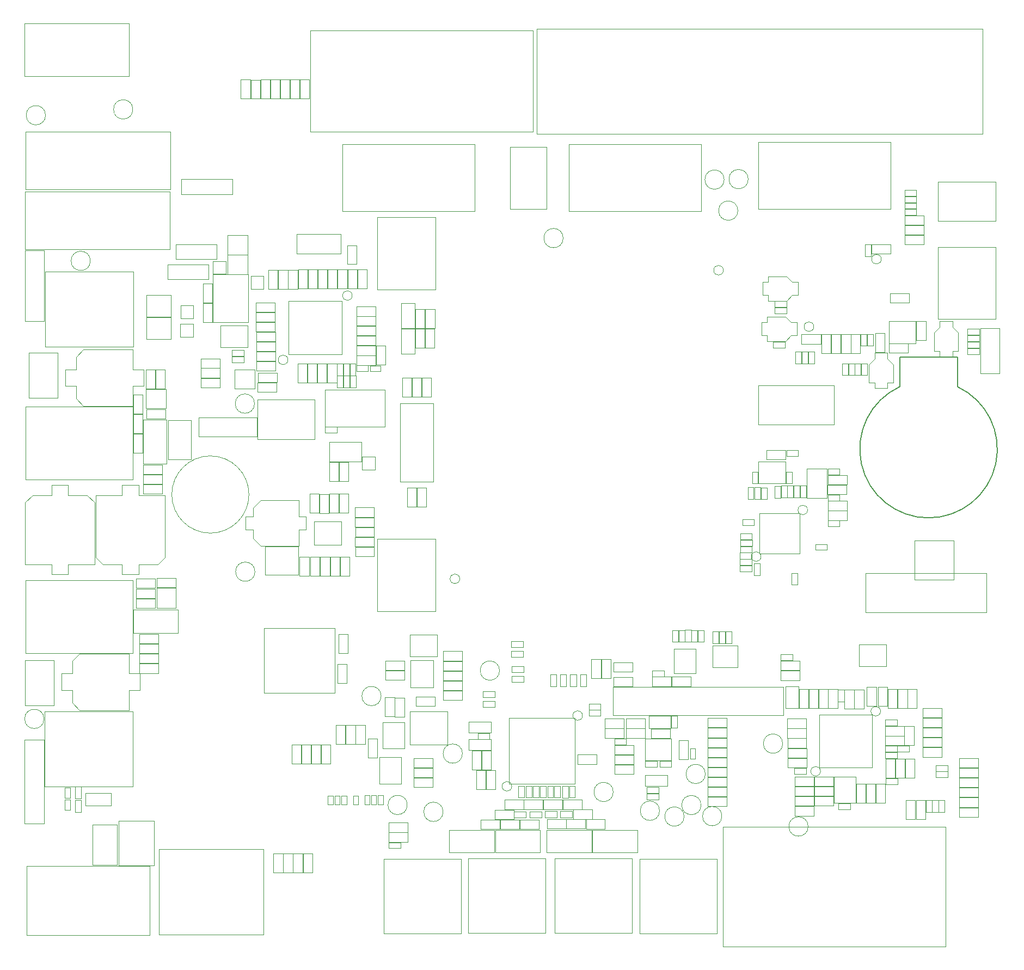
<source format=gbr>
G04 #@! TF.GenerationSoftware,KiCad,Pcbnew,8.0.0-rc1*
G04 #@! TF.CreationDate,2024-01-18T13:04:10+03:00*
G04 #@! TF.ProjectId,MXVR_3566,4d585652-5f33-4353-9636-2e6b69636164,REV1*
G04 #@! TF.SameCoordinates,Original*
G04 #@! TF.FileFunction,Other,User*
%FSLAX46Y46*%
G04 Gerber Fmt 4.6, Leading zero omitted, Abs format (unit mm)*
G04 Created by KiCad (PCBNEW 8.0.0-rc1) date 2024-01-18 13:04:10*
%MOMM*%
%LPD*%
G01*
G04 APERTURE LIST*
%ADD10C,0.050000*%
%ADD11C,0.100000*%
%ADD12C,0.150000*%
G04 APERTURE END LIST*
D10*
X150220000Y-140280000D02*
X150220000Y-136880000D01*
X150220000Y-136880000D02*
X146120000Y-136880000D01*
X146120000Y-140280000D02*
X150220000Y-140280000D01*
X146120000Y-136880000D02*
X146120000Y-140280000D01*
X104760000Y-143880000D02*
X108160000Y-143880000D01*
X108160000Y-143880000D02*
X108160000Y-139780000D01*
X104760000Y-139780000D02*
X104760000Y-143880000D01*
X108160000Y-139780000D02*
X104760000Y-139780000D01*
X110170000Y-142970000D02*
X113130000Y-142970000D01*
X110170000Y-144430000D02*
X110170000Y-142970000D01*
X113130000Y-142970000D02*
X113130000Y-144430000D01*
X113130000Y-144430000D02*
X110170000Y-144430000D01*
X49610000Y-137090000D02*
X52610000Y-137090000D01*
X49610000Y-150090000D02*
X49610000Y-137090000D01*
X52610000Y-137090000D02*
X52610000Y-150090000D01*
X52610000Y-150090000D02*
X49610000Y-150090000D01*
X198230000Y-73060000D02*
X198230000Y-80060000D01*
X198230000Y-80060000D02*
X201230000Y-80060000D01*
X201230000Y-73060000D02*
X198230000Y-73060000D01*
X201230000Y-80060000D02*
X201230000Y-73060000D01*
X101230000Y-75785000D02*
X104190000Y-75785000D01*
X101230000Y-77245000D02*
X101230000Y-75785000D01*
X104190000Y-75785000D02*
X104190000Y-77245000D01*
X104190000Y-77245000D02*
X101230000Y-77245000D01*
X81870000Y-77440000D02*
X83690000Y-77440000D01*
X81870000Y-78360000D02*
X81870000Y-77440000D01*
X83690000Y-77440000D02*
X83690000Y-78360000D01*
X83690000Y-78360000D02*
X81870000Y-78360000D01*
X169340000Y-141420000D02*
X171200000Y-141420000D01*
X169340000Y-142360000D02*
X169340000Y-141420000D01*
X171200000Y-141420000D02*
X171200000Y-142360000D01*
X171200000Y-142360000D02*
X169340000Y-142360000D01*
X170260000Y-97540000D02*
X171200000Y-97540000D01*
X170260000Y-99400000D02*
X170260000Y-97540000D01*
X171200000Y-97540000D02*
X171200000Y-99400000D01*
X171200000Y-99400000D02*
X170260000Y-99400000D01*
X81870000Y-76450000D02*
X83690000Y-76450000D01*
X81870000Y-77370000D02*
X81870000Y-76450000D01*
X83690000Y-76450000D02*
X83690000Y-77370000D01*
X83690000Y-77370000D02*
X81870000Y-77370000D01*
X92670000Y-137820000D02*
X94130000Y-137820000D01*
X92670000Y-140780000D02*
X92670000Y-137820000D01*
X94130000Y-137820000D02*
X94130000Y-140780000D01*
X94130000Y-140780000D02*
X92670000Y-140780000D01*
X89080000Y-63945000D02*
X90540000Y-63945000D01*
X89080000Y-66905000D02*
X89080000Y-63945000D01*
X90540000Y-63945000D02*
X90540000Y-66905000D01*
X90540000Y-66905000D02*
X89080000Y-66905000D01*
X147240000Y-126260000D02*
X149100000Y-126260000D01*
X147240000Y-127200000D02*
X147240000Y-126260000D01*
X149100000Y-126260000D02*
X149100000Y-127200000D01*
X149100000Y-127200000D02*
X147240000Y-127200000D01*
X180915000Y-78690000D02*
X180915000Y-81520000D01*
X181815000Y-76870000D02*
X181815000Y-77790000D01*
X181815000Y-77790000D02*
X180915000Y-78690000D01*
X181815000Y-81520000D02*
X180915000Y-81520000D01*
X181815000Y-82370000D02*
X181815000Y-81520000D01*
X183815000Y-76870000D02*
X181815000Y-76870000D01*
X183815000Y-77790000D02*
X183815000Y-76870000D01*
X183815000Y-77790000D02*
X184715000Y-78690000D01*
X183815000Y-81520000D02*
X183815000Y-82370000D01*
X183815000Y-82370000D02*
X181815000Y-82370000D01*
X184715000Y-78690000D02*
X184715000Y-81520000D01*
X184715000Y-81520000D02*
X183815000Y-81520000D01*
X99020000Y-44460000D02*
X119610000Y-44460000D01*
X119610000Y-54860000D01*
X99020000Y-54860000D01*
X99020000Y-44460000D01*
X137360000Y-132430000D02*
X139180000Y-132430000D01*
X137360000Y-133350000D02*
X137360000Y-132430000D01*
X139180000Y-132430000D02*
X139180000Y-133350000D01*
X139180000Y-133350000D02*
X137360000Y-133350000D01*
X155875000Y-141370000D02*
X158835000Y-141370000D01*
X155875000Y-142830000D02*
X155875000Y-141370000D01*
X158835000Y-141370000D02*
X158835000Y-142830000D01*
X158835000Y-142830000D02*
X155875000Y-142830000D01*
X183415000Y-138005000D02*
X185275000Y-138005000D01*
X183415000Y-138945000D02*
X183415000Y-138005000D01*
X185275000Y-138005000D02*
X185275000Y-138945000D01*
X185275000Y-138945000D02*
X183415000Y-138945000D01*
X73850000Y-72390000D02*
X73850000Y-74390000D01*
X73850000Y-72390000D02*
X75850000Y-72390000D01*
X75850000Y-74390000D02*
X73850000Y-74390000D01*
X75850000Y-74390000D02*
X75850000Y-72390000D01*
X98040000Y-134800000D02*
X99500000Y-134800000D01*
X98040000Y-137760000D02*
X98040000Y-134800000D01*
X99500000Y-134800000D02*
X99500000Y-137760000D01*
X99500000Y-137760000D02*
X98040000Y-137760000D01*
X90615000Y-63945000D02*
X92075000Y-63945000D01*
X90615000Y-66905000D02*
X90615000Y-63945000D01*
X92075000Y-63945000D02*
X92075000Y-66905000D01*
X92075000Y-66905000D02*
X90615000Y-66905000D01*
X108220000Y-73120000D02*
X108220000Y-77030000D01*
X108220000Y-77030000D02*
X110320000Y-77030000D01*
X110320000Y-73120000D02*
X108220000Y-73120000D01*
X110320000Y-77030000D02*
X110320000Y-73120000D01*
X97000000Y-93862500D02*
X98460000Y-93862500D01*
X97000000Y-96822500D02*
X97000000Y-93862500D01*
X98460000Y-93862500D02*
X98460000Y-96822500D01*
X98460000Y-96822500D02*
X97000000Y-96822500D01*
D11*
X125130000Y-44830000D02*
X130830000Y-44830000D01*
X125130000Y-54530000D02*
X125130000Y-44830000D01*
X130830000Y-44830000D02*
X130830000Y-54530000D01*
X130830000Y-54530000D02*
X125130000Y-54530000D01*
D10*
X70180000Y-111890000D02*
X73140000Y-111890000D01*
X70180000Y-113350000D02*
X70180000Y-111890000D01*
X73140000Y-111890000D02*
X73140000Y-113350000D01*
X73140000Y-113350000D02*
X70180000Y-113350000D01*
X67425000Y-123690000D02*
X70385000Y-123690000D01*
X67425000Y-125150000D02*
X67425000Y-123690000D01*
X70385000Y-123690000D02*
X70385000Y-125150000D01*
X70385000Y-125150000D02*
X67425000Y-125150000D01*
X130802500Y-151090000D02*
X137802500Y-151090000D01*
X130802500Y-154590000D02*
X130802500Y-151090000D01*
X137802500Y-151090000D02*
X137802500Y-154590000D01*
X137802500Y-154590000D02*
X130802500Y-154590000D01*
X139860000Y-133770000D02*
X142820000Y-133770000D01*
X139860000Y-135230000D02*
X139860000Y-133770000D01*
X142820000Y-133770000D02*
X142820000Y-135230000D01*
X142820000Y-135230000D02*
X139860000Y-135230000D01*
X98290000Y-125280000D02*
X99750000Y-125280000D01*
X98290000Y-128240000D02*
X98290000Y-125280000D01*
X99750000Y-125280000D02*
X99750000Y-128240000D01*
X99750000Y-128240000D02*
X98290000Y-128240000D01*
D11*
X66567500Y-116800000D02*
X73492500Y-116800000D01*
X66567500Y-120450000D02*
X66567500Y-116800000D01*
X73492500Y-116800000D02*
X73492500Y-120450000D01*
X73492500Y-120450000D02*
X66567500Y-120450000D01*
D10*
X168880000Y-111120000D02*
X169800000Y-111120000D01*
X168880000Y-112940000D02*
X168880000Y-111120000D01*
X169800000Y-111120000D02*
X169800000Y-112940000D01*
X169800000Y-112940000D02*
X168880000Y-112940000D01*
X111940000Y-70050000D02*
X113400000Y-70050000D01*
X111940000Y-73010000D02*
X111940000Y-70050000D01*
X113400000Y-70050000D02*
X113400000Y-73010000D01*
X113400000Y-73010000D02*
X111940000Y-73010000D01*
X173190000Y-133165000D02*
X173190000Y-141405000D01*
X173190000Y-141405000D02*
X181430000Y-141405000D01*
X181430000Y-133165000D02*
X173190000Y-133165000D01*
X181430000Y-141405000D02*
X181430000Y-133165000D01*
X67425000Y-125220000D02*
X70385000Y-125220000D01*
X67425000Y-126680000D02*
X67425000Y-125220000D01*
X70385000Y-125220000D02*
X70385000Y-126680000D01*
X70385000Y-126680000D02*
X67425000Y-126680000D01*
X170420000Y-73980000D02*
X173420000Y-73980000D01*
X170420000Y-75480000D02*
X170420000Y-73980000D01*
X173420000Y-73980000D02*
X173420000Y-75480000D01*
X173420000Y-75480000D02*
X170420000Y-75480000D01*
X110450000Y-130330000D02*
X113410000Y-130330000D01*
X110450000Y-131790000D02*
X110450000Y-130330000D01*
X113410000Y-130330000D02*
X113410000Y-131790000D01*
X113410000Y-131790000D02*
X110450000Y-131790000D01*
X122800000Y-151080000D02*
X129800000Y-151080000D01*
X122800000Y-154580000D02*
X122800000Y-151080000D01*
X129800000Y-151080000D02*
X129800000Y-154580000D01*
X129800000Y-154580000D02*
X122800000Y-154580000D01*
X57440000Y-146440000D02*
X58380000Y-146440000D01*
X57440000Y-148300000D02*
X57440000Y-146440000D01*
X58380000Y-146440000D02*
X58380000Y-148300000D01*
X58380000Y-148300000D02*
X57440000Y-148300000D01*
X160910000Y-105970000D02*
X162770000Y-105970000D01*
X160910000Y-106910000D02*
X160910000Y-105970000D01*
X162770000Y-105970000D02*
X162770000Y-106910000D01*
X162770000Y-106910000D02*
X160910000Y-106910000D01*
X87840000Y-34370000D02*
X89300000Y-34370000D01*
X87840000Y-37330000D02*
X87840000Y-34370000D01*
X89300000Y-34370000D02*
X89300000Y-37330000D01*
X89300000Y-37330000D02*
X87840000Y-37330000D01*
X127560000Y-144220000D02*
X128480000Y-144220000D01*
X127560000Y-146040000D02*
X127560000Y-144220000D01*
X128480000Y-144220000D02*
X128480000Y-146040000D01*
X128480000Y-146040000D02*
X127560000Y-146040000D01*
X90880000Y-34380000D02*
X92340000Y-34380000D01*
X90880000Y-37340000D02*
X90880000Y-34380000D01*
X92340000Y-34380000D02*
X92340000Y-37340000D01*
X92340000Y-37340000D02*
X90880000Y-37340000D01*
X135620000Y-139370000D02*
X138580000Y-139370000D01*
X135620000Y-140830000D02*
X135620000Y-139370000D01*
X138580000Y-139370000D02*
X138580000Y-140830000D01*
X138580000Y-140830000D02*
X135620000Y-140830000D01*
X84502500Y-98902500D02*
G75*
G02*
X72502500Y-98902500I-6000000J0D01*
G01*
X72502500Y-98902500D02*
G75*
G02*
X84502500Y-98902500I6000000J0D01*
G01*
X85630000Y-76640000D02*
X88590000Y-76640000D01*
X85630000Y-78100000D02*
X85630000Y-76640000D01*
X88590000Y-76640000D02*
X88590000Y-78100000D01*
X88590000Y-78100000D02*
X85630000Y-78100000D01*
X191040000Y-73755000D02*
X191040000Y-76585000D01*
X191940000Y-71935000D02*
X191940000Y-72855000D01*
X191940000Y-72855000D02*
X191040000Y-73755000D01*
X191940000Y-76585000D02*
X191040000Y-76585000D01*
X191940000Y-77435000D02*
X191940000Y-76585000D01*
X193940000Y-71935000D02*
X191940000Y-71935000D01*
X193940000Y-72855000D02*
X193940000Y-71935000D01*
X193940000Y-72855000D02*
X194840000Y-73755000D01*
X193940000Y-76585000D02*
X193940000Y-77435000D01*
X193940000Y-77435000D02*
X191940000Y-77435000D01*
X194840000Y-73755000D02*
X194840000Y-76585000D01*
X194840000Y-76585000D02*
X193940000Y-76585000D01*
X155870000Y-135215000D02*
X158830000Y-135215000D01*
X155870000Y-136675000D02*
X155870000Y-135215000D01*
X158830000Y-135215000D02*
X158830000Y-136675000D01*
X158830000Y-136675000D02*
X155870000Y-136675000D01*
X189780000Y-146450000D02*
X190700000Y-146450000D01*
X189780000Y-148270000D02*
X189780000Y-146450000D01*
X190700000Y-146450000D02*
X190700000Y-148270000D01*
X190700000Y-148270000D02*
X189780000Y-148270000D01*
X163760000Y-93800000D02*
X163760000Y-97200000D01*
X163760000Y-97200000D02*
X167960000Y-97200000D01*
X167960000Y-93800000D02*
X163760000Y-93800000D01*
X167960000Y-97200000D02*
X167960000Y-93800000D01*
X130855000Y-149430000D02*
X133815000Y-149430000D01*
X130855000Y-150890000D02*
X130855000Y-149430000D01*
X133815000Y-149430000D02*
X133815000Y-150890000D01*
X133815000Y-150890000D02*
X130855000Y-150890000D01*
X169260000Y-97550000D02*
X170200000Y-97550000D01*
X169260000Y-99410000D02*
X169260000Y-97550000D01*
X170200000Y-97550000D02*
X170200000Y-99410000D01*
X170200000Y-99410000D02*
X169260000Y-99410000D01*
X120845000Y-129510000D02*
X122705000Y-129510000D01*
X120845000Y-130450000D02*
X120845000Y-129510000D01*
X122705000Y-129510000D02*
X122705000Y-130450000D01*
X122705000Y-130450000D02*
X120845000Y-130450000D01*
X188320000Y-71975000D02*
X189780000Y-71975000D01*
X188320000Y-74935000D02*
X188320000Y-71975000D01*
X189780000Y-71975000D02*
X189780000Y-74935000D01*
X189780000Y-74935000D02*
X188320000Y-74935000D01*
X101230000Y-69685000D02*
X104190000Y-69685000D01*
X101230000Y-71145000D02*
X101230000Y-69685000D01*
X104190000Y-69685000D02*
X104190000Y-71145000D01*
X104190000Y-71145000D02*
X101230000Y-71145000D01*
X196260000Y-76140000D02*
X198120000Y-76140000D01*
X196260000Y-77080000D02*
X196260000Y-76140000D01*
X198120000Y-76140000D02*
X198120000Y-77080000D01*
X198120000Y-77080000D02*
X196260000Y-77080000D01*
X134940000Y-147910000D02*
X137900000Y-147910000D01*
X134940000Y-149370000D02*
X134940000Y-147910000D01*
X137900000Y-147910000D02*
X137900000Y-149370000D01*
X137900000Y-149370000D02*
X134940000Y-149370000D01*
X111400000Y-80755000D02*
X112860000Y-80755000D01*
X111400000Y-83715000D02*
X111400000Y-80755000D01*
X112860000Y-80755000D02*
X112860000Y-83715000D01*
X112860000Y-83715000D02*
X111400000Y-83715000D01*
X132907500Y-148180000D02*
X134767500Y-148180000D01*
X132907500Y-149120000D02*
X132907500Y-148180000D01*
X134767500Y-148180000D02*
X134767500Y-149120000D01*
X134767500Y-149120000D02*
X132907500Y-149120000D01*
X68025000Y-94255000D02*
X70985000Y-94255000D01*
X68025000Y-95715000D02*
X68025000Y-94255000D01*
X70985000Y-94255000D02*
X70985000Y-95715000D01*
X70985000Y-95715000D02*
X68025000Y-95715000D01*
X109620000Y-124677000D02*
X113220000Y-124677000D01*
X109620000Y-128927000D02*
X109620000Y-124677000D01*
X113220000Y-124677000D02*
X113220000Y-128927000D01*
X113220000Y-128927000D02*
X109620000Y-128927000D01*
X125370000Y-125610000D02*
X127230000Y-125610000D01*
X125370000Y-126550000D02*
X125370000Y-125610000D01*
X127230000Y-125610000D02*
X127230000Y-126550000D01*
X127230000Y-126550000D02*
X125370000Y-126550000D01*
X162080000Y-97800000D02*
X163000000Y-97800000D01*
X162080000Y-99620000D02*
X162080000Y-97800000D01*
X163000000Y-97800000D02*
X163000000Y-99620000D01*
X163000000Y-99620000D02*
X162080000Y-99620000D01*
X169402500Y-145865000D02*
X172362500Y-145865000D01*
X169402500Y-147325000D02*
X169402500Y-145865000D01*
X172362500Y-145865000D02*
X172362500Y-147325000D01*
X172362500Y-147325000D02*
X169402500Y-147325000D01*
X160900000Y-106980000D02*
X162720000Y-106980000D01*
X160900000Y-107900000D02*
X160900000Y-106980000D01*
X162720000Y-106980000D02*
X162720000Y-107900000D01*
X162720000Y-107900000D02*
X160900000Y-107900000D01*
X66440000Y-39000000D02*
G75*
G02*
X63440000Y-39000000I-1500000J0D01*
G01*
X63440000Y-39000000D02*
G75*
G02*
X66440000Y-39000000I1500000J0D01*
G01*
X85370000Y-84760000D02*
G75*
G02*
X82370000Y-84760000I-1500000J0D01*
G01*
X82370000Y-84760000D02*
G75*
G02*
X85370000Y-84760000I1500000J0D01*
G01*
X134310000Y-144220000D02*
X135230000Y-144220000D01*
X134310000Y-146040000D02*
X134310000Y-144220000D01*
X135230000Y-144220000D02*
X135230000Y-146040000D01*
X135230000Y-146040000D02*
X134310000Y-146040000D01*
X178657500Y-129225000D02*
X180117500Y-129225000D01*
X178657500Y-132185000D02*
X178657500Y-129225000D01*
X180117500Y-129225000D02*
X180117500Y-132185000D01*
X180117500Y-132185000D02*
X178657500Y-132185000D01*
X81200000Y-61640000D02*
X84350000Y-61640000D01*
X81200000Y-64640000D02*
X81200000Y-61640000D01*
X81200000Y-64640000D02*
X84350000Y-64640000D01*
X84350000Y-64640000D02*
X84350000Y-61640000D01*
X182840000Y-62300000D02*
G75*
G02*
X181340000Y-62300000I-750000J0D01*
G01*
X181340000Y-62300000D02*
G75*
G02*
X182840000Y-62300000I750000J0D01*
G01*
X114710000Y-127900000D02*
X117670000Y-127900000D01*
X114710000Y-129360000D02*
X114710000Y-127900000D01*
X117670000Y-127900000D02*
X117670000Y-129360000D01*
X117670000Y-129360000D02*
X114710000Y-129360000D01*
X146390000Y-144390000D02*
X148210000Y-144390000D01*
X146390000Y-145310000D02*
X146390000Y-144390000D01*
X148210000Y-144390000D02*
X148210000Y-145310000D01*
X148210000Y-145310000D02*
X146390000Y-145310000D01*
X133865000Y-149430000D02*
X136825000Y-149430000D01*
X133865000Y-150890000D02*
X133865000Y-149430000D01*
X136825000Y-149430000D02*
X136825000Y-150890000D01*
X136825000Y-150890000D02*
X133865000Y-150890000D01*
X105760000Y-124750000D02*
X108720000Y-124750000D01*
X105760000Y-126210000D02*
X105760000Y-124750000D01*
X108720000Y-124750000D02*
X108720000Y-126210000D01*
X108720000Y-126210000D02*
X105760000Y-126210000D01*
X70130000Y-113420000D02*
X70130000Y-116570000D01*
X70130000Y-113420000D02*
X73130000Y-113420000D01*
X70130000Y-116570000D02*
X73130000Y-116570000D01*
X73130000Y-113420000D02*
X73130000Y-116570000D01*
X101230000Y-71180000D02*
X104190000Y-71180000D01*
X101230000Y-72640000D02*
X101230000Y-71180000D01*
X104190000Y-71180000D02*
X104190000Y-72640000D01*
X104190000Y-72640000D02*
X101230000Y-72640000D01*
X101017500Y-102478750D02*
X103977500Y-102478750D01*
X101017500Y-103938750D02*
X101017500Y-102478750D01*
X103977500Y-102478750D02*
X103977500Y-103938750D01*
X103977500Y-103938750D02*
X101017500Y-103938750D01*
X169407500Y-142815000D02*
X172367500Y-142815000D01*
X169407500Y-144275000D02*
X169407500Y-142815000D01*
X172367500Y-142815000D02*
X172367500Y-144275000D01*
X172367500Y-144275000D02*
X169407500Y-144275000D01*
X174530000Y-102960000D02*
X176350000Y-102960000D01*
X174530000Y-103880000D02*
X174530000Y-102960000D01*
X176350000Y-102960000D02*
X176350000Y-103880000D01*
X176350000Y-103880000D02*
X174530000Y-103880000D01*
X172427500Y-145865000D02*
X175387500Y-145865000D01*
X172427500Y-147325000D02*
X172427500Y-145865000D01*
X175387500Y-145865000D02*
X175387500Y-147325000D01*
X175387500Y-147325000D02*
X172427500Y-147325000D01*
X66945000Y-115120000D02*
X69905000Y-115120000D01*
X66945000Y-116580000D02*
X66945000Y-115120000D01*
X69905000Y-115120000D02*
X69905000Y-116580000D01*
X69905000Y-116580000D02*
X66945000Y-116580000D01*
X166280000Y-69820000D02*
X168100000Y-69820000D01*
X166280000Y-70740000D02*
X166280000Y-69820000D01*
X168100000Y-69820000D02*
X168100000Y-70740000D01*
X168100000Y-70740000D02*
X166280000Y-70740000D01*
X152170000Y-148990000D02*
G75*
G02*
X149170000Y-148990000I-1500000J0D01*
G01*
X149170000Y-148990000D02*
G75*
G02*
X152170000Y-148990000I1500000J0D01*
G01*
X111930000Y-73125000D02*
X113390000Y-73125000D01*
X111930000Y-76085000D02*
X111930000Y-73125000D01*
X113390000Y-73125000D02*
X113390000Y-76085000D01*
X113390000Y-76085000D02*
X111930000Y-76085000D01*
X101230000Y-74235000D02*
X104190000Y-74235000D01*
X101230000Y-75695000D02*
X101230000Y-74235000D01*
X104190000Y-74235000D02*
X104190000Y-75695000D01*
X104190000Y-75695000D02*
X101230000Y-75695000D01*
X109090000Y-97880000D02*
X110550000Y-97880000D01*
X109090000Y-100840000D02*
X109090000Y-97880000D01*
X110550000Y-97880000D02*
X110550000Y-100840000D01*
X110550000Y-100840000D02*
X109090000Y-100840000D01*
X176125000Y-129220000D02*
X177065000Y-129220000D01*
X176125000Y-131080000D02*
X176125000Y-129220000D01*
X177065000Y-129220000D02*
X177065000Y-131080000D01*
X177065000Y-131080000D02*
X176125000Y-131080000D01*
X173085000Y-129215000D02*
X174545000Y-129215000D01*
X173085000Y-132175000D02*
X173085000Y-129215000D01*
X174545000Y-129215000D02*
X174545000Y-132175000D01*
X174545000Y-132175000D02*
X173085000Y-132175000D01*
X95160000Y-78555000D02*
X96620000Y-78555000D01*
X95160000Y-81515000D02*
X95160000Y-78555000D01*
X96620000Y-78555000D02*
X96620000Y-81515000D01*
X96620000Y-81515000D02*
X95160000Y-81515000D01*
X155880000Y-144420000D02*
X158840000Y-144420000D01*
X155880000Y-145880000D02*
X155880000Y-144420000D01*
X158840000Y-144420000D02*
X158840000Y-145880000D01*
X158840000Y-145880000D02*
X155880000Y-145880000D01*
X189320000Y-138260000D02*
X192280000Y-138260000D01*
X189320000Y-139720000D02*
X189320000Y-138260000D01*
X192280000Y-138260000D02*
X192280000Y-139720000D01*
X192280000Y-139720000D02*
X189320000Y-139720000D01*
X95245000Y-63920000D02*
X96705000Y-63920000D01*
X95245000Y-66880000D02*
X95245000Y-63920000D01*
X96705000Y-63920000D02*
X96705000Y-66880000D01*
X96705000Y-66880000D02*
X95245000Y-66880000D01*
X163885000Y-101805000D02*
X170135000Y-101805000D01*
X163885000Y-108055000D02*
X163885000Y-101805000D01*
X170135000Y-101805000D02*
X170135000Y-108055000D01*
X170135000Y-108055000D02*
X163885000Y-108055000D01*
X155865000Y-136755000D02*
X158825000Y-136755000D01*
X155865000Y-138215000D02*
X155865000Y-136755000D01*
X158825000Y-136755000D02*
X158825000Y-138215000D01*
X158825000Y-138215000D02*
X155865000Y-138215000D01*
X109120000Y-147190000D02*
G75*
G02*
X106120000Y-147190000I-1500000J0D01*
G01*
X106120000Y-147190000D02*
G75*
G02*
X109120000Y-147190000I1500000J0D01*
G01*
X125380000Y-144290000D02*
G75*
G02*
X123880000Y-144290000I-750000J0D01*
G01*
X123880000Y-144290000D02*
G75*
G02*
X125380000Y-144290000I750000J0D01*
G01*
X167195000Y-126335000D02*
X170155000Y-126335000D01*
X167195000Y-127795000D02*
X167195000Y-126335000D01*
X170155000Y-126335000D02*
X170155000Y-127795000D01*
X170155000Y-127795000D02*
X167195000Y-127795000D01*
X186460000Y-51550000D02*
X188280000Y-51550000D01*
X186460000Y-52470000D02*
X186460000Y-51550000D01*
X188280000Y-51550000D02*
X188280000Y-52470000D01*
X188280000Y-52470000D02*
X186460000Y-52470000D01*
X128665000Y-42510000D02*
X94015000Y-42510000D01*
X94015000Y-26760000D01*
X128665000Y-26760000D01*
X128665000Y-42510000D01*
X141160000Y-145170000D02*
G75*
G02*
X138160000Y-145170000I-1500000J0D01*
G01*
X138160000Y-145170000D02*
G75*
G02*
X141160000Y-145170000I1500000J0D01*
G01*
X99570000Y-134800000D02*
X101030000Y-134800000D01*
X99570000Y-137760000D02*
X99570000Y-134800000D01*
X101030000Y-134800000D02*
X101030000Y-137760000D01*
X101030000Y-137760000D02*
X99570000Y-137760000D01*
X99845000Y-63935000D02*
X101305000Y-63935000D01*
X99845000Y-66895000D02*
X99845000Y-63935000D01*
X101305000Y-63935000D02*
X101305000Y-66895000D01*
X101305000Y-66895000D02*
X99845000Y-66895000D01*
X105760000Y-126270000D02*
X108720000Y-126270000D01*
X105760000Y-127730000D02*
X105760000Y-126270000D01*
X108720000Y-126270000D02*
X108720000Y-127730000D01*
X108720000Y-127730000D02*
X105760000Y-127730000D01*
X180660000Y-73970000D02*
X181580000Y-73970000D01*
X180660000Y-75790000D02*
X180660000Y-73970000D01*
X181580000Y-73970000D02*
X181580000Y-75790000D01*
X181580000Y-75790000D02*
X180660000Y-75790000D01*
X158410000Y-49920000D02*
G75*
G02*
X155410000Y-49920000I-1500000J0D01*
G01*
X155410000Y-49920000D02*
G75*
G02*
X158410000Y-49920000I1500000J0D01*
G01*
X166280000Y-68840000D02*
X168100000Y-68840000D01*
X166280000Y-69760000D02*
X166280000Y-68840000D01*
X168100000Y-68840000D02*
X168100000Y-69760000D01*
X168100000Y-69760000D02*
X166280000Y-69760000D01*
X77030000Y-79260000D02*
X79990000Y-79260000D01*
X77030000Y-80720000D02*
X77030000Y-79260000D01*
X79990000Y-79260000D02*
X79990000Y-80720000D01*
X79990000Y-80720000D02*
X77030000Y-80720000D01*
X68547500Y-71325000D02*
X68547500Y-74725000D01*
X68547500Y-74725000D02*
X72387500Y-74725000D01*
X72387500Y-71325000D02*
X68547500Y-71325000D01*
X72387500Y-74725000D02*
X72387500Y-71325000D01*
X84790000Y-34390000D02*
X86250000Y-34390000D01*
X84790000Y-37350000D02*
X84790000Y-34390000D01*
X86250000Y-34390000D02*
X86250000Y-37350000D01*
X86250000Y-37350000D02*
X84790000Y-37350000D01*
X119850000Y-141800000D02*
X121310000Y-141800000D01*
X119850000Y-144760000D02*
X119850000Y-141800000D01*
X121310000Y-141800000D02*
X121310000Y-144760000D01*
X121310000Y-144760000D02*
X119850000Y-144760000D01*
X120100000Y-136010000D02*
X121920000Y-136010000D01*
X120100000Y-136930000D02*
X120100000Y-136010000D01*
X121920000Y-136010000D02*
X121920000Y-136930000D01*
X121920000Y-136930000D02*
X120100000Y-136930000D01*
X69990000Y-79490000D02*
X71450000Y-79490000D01*
X69990000Y-82450000D02*
X69990000Y-79490000D01*
X71450000Y-79490000D02*
X71450000Y-82450000D01*
X71450000Y-82450000D02*
X69990000Y-82450000D01*
X160870000Y-108960000D02*
X162690000Y-108960000D01*
X160870000Y-109880000D02*
X160870000Y-108960000D01*
X162690000Y-108960000D02*
X162690000Y-109880000D01*
X162690000Y-109880000D02*
X160870000Y-109880000D01*
X179680000Y-73970000D02*
X180600000Y-73970000D01*
X179680000Y-75790000D02*
X179680000Y-73970000D01*
X180600000Y-73970000D02*
X180600000Y-75790000D01*
X180600000Y-75790000D02*
X179680000Y-75790000D01*
X104967500Y-79700000D02*
X103367500Y-79700000D01*
X103367500Y-78900000D01*
X104967500Y-78900000D01*
X104967500Y-79700000D01*
X177770000Y-78530000D02*
X178690000Y-78530000D01*
X177770000Y-80350000D02*
X177770000Y-78530000D01*
X178690000Y-78530000D02*
X178690000Y-80350000D01*
X178690000Y-80350000D02*
X177770000Y-80350000D01*
X66510000Y-89490000D02*
X67970000Y-89490000D01*
X66510000Y-92450000D02*
X66510000Y-89490000D01*
X67970000Y-89490000D02*
X67970000Y-92450000D01*
X67970000Y-92450000D02*
X66510000Y-92450000D01*
X100700000Y-145760989D02*
X101500000Y-145759011D01*
X100700000Y-147160000D02*
X100700000Y-145760000D01*
X101500000Y-145759011D02*
X101500000Y-147160000D01*
X101500000Y-147160000D02*
X100700000Y-147161978D01*
X98235000Y-80430000D02*
X99155000Y-80430000D01*
X98235000Y-82250000D02*
X98235000Y-80430000D01*
X99155000Y-80430000D02*
X99155000Y-82250000D01*
X99155000Y-82250000D02*
X98235000Y-82250000D01*
D11*
X167952500Y-128750000D02*
X169952500Y-128750000D01*
X167952500Y-132150000D02*
X167952500Y-128750000D01*
X169952500Y-128750000D02*
X169952500Y-132150000D01*
X169952500Y-132150000D02*
X167952500Y-132150000D01*
D10*
X120845000Y-131040000D02*
X122705000Y-131040000D01*
X120845000Y-131980000D02*
X120845000Y-131040000D01*
X122705000Y-131040000D02*
X122705000Y-131980000D01*
X122705000Y-131980000D02*
X120845000Y-131980000D01*
X105667500Y-130485000D02*
X107127500Y-130485000D01*
X105667500Y-133445000D02*
X105667500Y-130485000D01*
X107127500Y-130485000D02*
X107127500Y-133445000D01*
X107127500Y-133445000D02*
X105667500Y-133445000D01*
X66500000Y-86405000D02*
X67960000Y-86405000D01*
X66500000Y-89365000D02*
X66500000Y-86405000D01*
X67960000Y-86405000D02*
X67960000Y-89365000D01*
X67960000Y-89365000D02*
X66500000Y-89365000D01*
X121370000Y-141800000D02*
X122830000Y-141800000D01*
X121370000Y-144760000D02*
X121370000Y-141800000D01*
X122830000Y-141800000D02*
X122830000Y-144760000D01*
X122830000Y-144760000D02*
X121370000Y-144760000D01*
X156640000Y-120210000D02*
X157580000Y-120210000D01*
X156640000Y-122070000D02*
X156640000Y-120210000D01*
X157580000Y-120210000D02*
X157580000Y-122070000D01*
X157580000Y-122070000D02*
X156640000Y-122070000D01*
X101030000Y-104008750D02*
X103990000Y-104008750D01*
X101030000Y-105468750D02*
X101030000Y-104008750D01*
X103990000Y-104008750D02*
X103990000Y-105468750D01*
X103990000Y-105468750D02*
X101030000Y-105468750D01*
X177137500Y-129230000D02*
X178597500Y-129230000D01*
X177137500Y-132190000D02*
X177137500Y-129230000D01*
X178597500Y-129230000D02*
X178597500Y-132190000D01*
X178597500Y-132190000D02*
X177137500Y-132190000D01*
X123470000Y-126290000D02*
G75*
G02*
X120470000Y-126290000I-1500000J0D01*
G01*
X120470000Y-126290000D02*
G75*
G02*
X123470000Y-126290000I1500000J0D01*
G01*
X158650000Y-120220000D02*
X159590000Y-120220000D01*
X158650000Y-122080000D02*
X158650000Y-120220000D01*
X159590000Y-120220000D02*
X159590000Y-122080000D01*
X159590000Y-122080000D02*
X158650000Y-122080000D01*
X181990000Y-143900000D02*
X183450000Y-143900000D01*
X181990000Y-146860000D02*
X181990000Y-143900000D01*
X183450000Y-143900000D02*
X183450000Y-146860000D01*
X183450000Y-146860000D02*
X181990000Y-146860000D01*
X56670000Y-144482500D02*
X55870000Y-144482500D01*
X55870000Y-146082500D01*
X56670000Y-146082500D01*
X56670000Y-144482500D01*
X109860000Y-80755000D02*
X111320000Y-80755000D01*
X109860000Y-83715000D02*
X109860000Y-80755000D01*
X111320000Y-80755000D02*
X111320000Y-83715000D01*
X111320000Y-83715000D02*
X109860000Y-83715000D01*
X169510000Y-76720000D02*
X170430000Y-76720000D01*
X169510000Y-78540000D02*
X169510000Y-76720000D01*
X170430000Y-76720000D02*
X170430000Y-78540000D01*
X170430000Y-78540000D02*
X169510000Y-78540000D01*
X154810000Y-147210000D02*
G75*
G02*
X151810000Y-147210000I-1500000J0D01*
G01*
X151810000Y-147210000D02*
G75*
G02*
X154810000Y-147210000I1500000J0D01*
G01*
X85870000Y-81510000D02*
X88830000Y-81510000D01*
X85870000Y-82970000D02*
X85870000Y-81510000D01*
X88830000Y-81510000D02*
X88830000Y-82970000D01*
X88830000Y-82970000D02*
X85870000Y-82970000D01*
X90700000Y-68840000D02*
X90700000Y-77080000D01*
X90700000Y-77080000D02*
X98940000Y-77080000D01*
X98940000Y-68840000D02*
X90700000Y-68840000D01*
X98940000Y-77080000D02*
X98940000Y-68840000D01*
X77330000Y-69140000D02*
X78790000Y-69140000D01*
X77330000Y-72100000D02*
X77330000Y-69140000D01*
X78790000Y-69140000D02*
X78790000Y-72100000D01*
X78790000Y-72100000D02*
X77330000Y-72100000D01*
X150160000Y-133350000D02*
X151080000Y-133350000D01*
X150160000Y-135170000D02*
X150160000Y-133350000D01*
X151080000Y-133350000D02*
X151080000Y-135170000D01*
X151080000Y-135170000D02*
X150160000Y-135170000D01*
X194955000Y-141440000D02*
X197915000Y-141440000D01*
X194955000Y-142900000D02*
X194955000Y-141440000D01*
X197915000Y-141440000D02*
X197915000Y-142900000D01*
X197915000Y-142900000D02*
X194955000Y-142900000D01*
X160540000Y-54750000D02*
G75*
G02*
X157540000Y-54750000I-1500000J0D01*
G01*
X157540000Y-54750000D02*
G75*
G02*
X160540000Y-54750000I1500000J0D01*
G01*
X155870000Y-145930000D02*
X158830000Y-145930000D01*
X155870000Y-147390000D02*
X155870000Y-145930000D01*
X158830000Y-145930000D02*
X158830000Y-147390000D01*
X158830000Y-147390000D02*
X155870000Y-147390000D01*
X152330000Y-119980000D02*
X153270000Y-119980000D01*
X152330000Y-121840000D02*
X152330000Y-119980000D01*
X153270000Y-119980000D02*
X153270000Y-121840000D01*
X153270000Y-121840000D02*
X152330000Y-121840000D01*
X146130000Y-140340000D02*
X147950000Y-140340000D01*
X146130000Y-141260000D02*
X146130000Y-140340000D01*
X147950000Y-140340000D02*
X147950000Y-141260000D01*
X147950000Y-141260000D02*
X146130000Y-141260000D01*
X73950000Y-49880000D02*
X73950000Y-52180000D01*
X73950000Y-52180000D02*
X81950000Y-52180000D01*
X81950000Y-49880000D02*
X73950000Y-49880000D01*
X81950000Y-52180000D02*
X81950000Y-49880000D01*
X78214290Y-65410000D02*
X71874290Y-65410000D01*
X71874290Y-63140000D01*
X78214290Y-63140000D01*
X78214290Y-65410000D01*
X105280000Y-134320000D02*
X105280000Y-138420000D01*
X105280000Y-138420000D02*
X108680000Y-138420000D01*
X108680000Y-134320000D02*
X105280000Y-134320000D01*
X108680000Y-138420000D02*
X108680000Y-134320000D01*
X196250000Y-73110000D02*
X198110000Y-73110000D01*
X196250000Y-74050000D02*
X196250000Y-73110000D01*
X198110000Y-73110000D02*
X198110000Y-74050000D01*
X198110000Y-74050000D02*
X196250000Y-74050000D01*
X85630000Y-78170000D02*
X88590000Y-78170000D01*
X85630000Y-79630000D02*
X85630000Y-78170000D01*
X88590000Y-78170000D02*
X88590000Y-79630000D01*
X88590000Y-79630000D02*
X85630000Y-79630000D01*
D11*
X60155000Y-150295000D02*
X64005000Y-150295000D01*
X60155000Y-156490000D02*
X60155000Y-150295000D01*
X64005000Y-150295000D02*
X64005000Y-156490000D01*
X64005000Y-156490000D02*
X60155000Y-156490000D01*
D10*
X180600000Y-128820000D02*
X182060000Y-128820000D01*
X180600000Y-131780000D02*
X180600000Y-128820000D01*
X182060000Y-128820000D02*
X182060000Y-131780000D01*
X182060000Y-131780000D02*
X180600000Y-131780000D01*
X181940000Y-73800000D02*
X183400000Y-73800000D01*
X181940000Y-76760000D02*
X181940000Y-73800000D01*
X183400000Y-73800000D02*
X183400000Y-76760000D01*
X183400000Y-76760000D02*
X181940000Y-76760000D01*
X153350000Y-119990000D02*
X154270000Y-119990000D01*
X153350000Y-121810000D02*
X153350000Y-119990000D01*
X154270000Y-119990000D02*
X154270000Y-121810000D01*
X154270000Y-121810000D02*
X153350000Y-121810000D01*
X101210000Y-77305000D02*
X104170000Y-77305000D01*
X101210000Y-78765000D02*
X101210000Y-77305000D01*
X104170000Y-77305000D02*
X104170000Y-78765000D01*
X104170000Y-78765000D02*
X101210000Y-78765000D01*
X189270000Y-132130000D02*
X192230000Y-132130000D01*
X189270000Y-133590000D02*
X189270000Y-132130000D01*
X192230000Y-132130000D02*
X192230000Y-133590000D01*
X192230000Y-133590000D02*
X189270000Y-133590000D01*
X89360000Y-34380000D02*
X90820000Y-34380000D01*
X89360000Y-37340000D02*
X89360000Y-34380000D01*
X90820000Y-34380000D02*
X90820000Y-37340000D01*
X90820000Y-37340000D02*
X89360000Y-37340000D01*
X164140000Y-97820000D02*
X165060000Y-97820000D01*
X164140000Y-99640000D02*
X164140000Y-97820000D01*
X165060000Y-97820000D02*
X165060000Y-99640000D01*
X165060000Y-99640000D02*
X164140000Y-99640000D01*
D11*
X49750000Y-42460000D02*
X49750000Y-51460000D01*
X49750000Y-51460000D02*
X72250000Y-51460000D01*
X72250000Y-42460000D02*
X49750000Y-42460000D01*
X72250000Y-51460000D02*
X72250000Y-42460000D01*
D10*
X85630000Y-73610000D02*
X88590000Y-73610000D01*
X85630000Y-75070000D02*
X85630000Y-73610000D01*
X88590000Y-73610000D02*
X88590000Y-75070000D01*
X88590000Y-75070000D02*
X85630000Y-75070000D01*
X129780000Y-144220000D02*
X130700000Y-144220000D01*
X129780000Y-146040000D02*
X129780000Y-144220000D01*
X130700000Y-144220000D02*
X130700000Y-146040000D01*
X130700000Y-146040000D02*
X129780000Y-146040000D01*
X102490000Y-145720989D02*
X103290000Y-145719011D01*
X102490000Y-147120000D02*
X102490000Y-145720000D01*
X103290000Y-145719011D02*
X103290000Y-147120000D01*
X103290000Y-147120000D02*
X102490000Y-147121978D01*
X147020000Y-135350000D02*
X149980000Y-135350000D01*
X147020000Y-136810000D02*
X147020000Y-135350000D01*
X149980000Y-135350000D02*
X149980000Y-136810000D01*
X149980000Y-136810000D02*
X147020000Y-136810000D01*
X104490000Y-105830000D02*
X113540000Y-105830000D01*
X104490000Y-117030000D02*
X104490000Y-105830000D01*
X113540000Y-105830000D02*
X113540000Y-117030000D01*
X113540000Y-117030000D02*
X104490000Y-117030000D01*
X71935000Y-87320000D02*
X71935000Y-93470000D01*
X71935000Y-93470000D02*
X75535000Y-93470000D01*
X75535000Y-87320000D02*
X71935000Y-87320000D01*
X75535000Y-93470000D02*
X75535000Y-87320000D01*
X92910000Y-154710000D02*
X94370000Y-154710000D01*
X92910000Y-157670000D02*
X92910000Y-154710000D01*
X94370000Y-154710000D02*
X94370000Y-157670000D01*
X94370000Y-157670000D02*
X92910000Y-157670000D01*
X151370000Y-137110000D02*
X152830000Y-137110000D01*
X151370000Y-140070000D02*
X151370000Y-137110000D01*
X152830000Y-137110000D02*
X152830000Y-140070000D01*
X152830000Y-140070000D02*
X151370000Y-140070000D01*
X76720000Y-86930000D02*
X85720000Y-86930000D01*
X76720000Y-89930000D02*
X76720000Y-86930000D01*
X85720000Y-86930000D02*
X85720000Y-89930000D01*
X85720000Y-89930000D02*
X76720000Y-89930000D01*
X160860000Y-107960000D02*
X162720000Y-107960000D01*
X160860000Y-108900000D02*
X160860000Y-107960000D01*
X162720000Y-107960000D02*
X162720000Y-108900000D01*
X162720000Y-108900000D02*
X160860000Y-108900000D01*
X110620000Y-97880000D02*
X112080000Y-97880000D01*
X110620000Y-100840000D02*
X110620000Y-97880000D01*
X112080000Y-97880000D02*
X112080000Y-100840000D01*
X112080000Y-100840000D02*
X110620000Y-100840000D01*
X57450000Y-144360000D02*
X58390000Y-144360000D01*
X57450000Y-146220000D02*
X57450000Y-144360000D01*
X58390000Y-144360000D02*
X58390000Y-146220000D01*
X58390000Y-146220000D02*
X57450000Y-146220000D01*
X182370000Y-128870000D02*
X183830000Y-128870000D01*
X182370000Y-131830000D02*
X182370000Y-128870000D01*
X183830000Y-128870000D02*
X183830000Y-131830000D01*
X183830000Y-131830000D02*
X182370000Y-131830000D01*
X109570000Y-120700000D02*
X109570000Y-124100000D01*
X109570000Y-124100000D02*
X113770000Y-124100000D01*
X113770000Y-120700000D02*
X109570000Y-120700000D01*
X113770000Y-124100000D02*
X113770000Y-120700000D01*
X128145000Y-148200000D02*
X130005000Y-148200000D01*
X128145000Y-149140000D02*
X128145000Y-148200000D01*
X130005000Y-148200000D02*
X130005000Y-149140000D01*
X130005000Y-149140000D02*
X128145000Y-149140000D01*
X167195000Y-124775000D02*
X170155000Y-124775000D01*
X167195000Y-126235000D02*
X167195000Y-124775000D01*
X170155000Y-124775000D02*
X170155000Y-126235000D01*
X170155000Y-126235000D02*
X167195000Y-126235000D01*
X120690000Y-138775000D02*
X122150000Y-138775000D01*
X120690000Y-141735000D02*
X120690000Y-138775000D01*
X122150000Y-138775000D02*
X122150000Y-141735000D01*
X122150000Y-141735000D02*
X120690000Y-141735000D01*
X150610000Y-122867500D02*
X150610000Y-126707500D01*
X150610000Y-126707500D02*
X154010000Y-126707500D01*
X154010000Y-122867500D02*
X150610000Y-122867500D01*
X154010000Y-126707500D02*
X154010000Y-122867500D01*
X173510000Y-73965000D02*
X174970000Y-73965000D01*
X173510000Y-76925000D02*
X173510000Y-73965000D01*
X174970000Y-73965000D02*
X174970000Y-76925000D01*
X174970000Y-76925000D02*
X173510000Y-76925000D01*
X92090000Y-78545000D02*
X93550000Y-78545000D01*
X92090000Y-81505000D02*
X92090000Y-78545000D01*
X93550000Y-78545000D02*
X93550000Y-81505000D01*
X93550000Y-81505000D02*
X92090000Y-81505000D01*
X97150000Y-108568750D02*
X98610000Y-108568750D01*
X97150000Y-111528750D02*
X97150000Y-108568750D01*
X98610000Y-108568750D02*
X98610000Y-111528750D01*
X98610000Y-111528750D02*
X97150000Y-111528750D01*
X155870000Y-142900000D02*
X158830000Y-142900000D01*
X155870000Y-144360000D02*
X155870000Y-142900000D01*
X158830000Y-142900000D02*
X158830000Y-144360000D01*
X158830000Y-144360000D02*
X155870000Y-144360000D01*
X143145000Y-133770000D02*
X146105000Y-133770000D01*
X143145000Y-135230000D02*
X143145000Y-133770000D01*
X146105000Y-133770000D02*
X146105000Y-135230000D01*
X146105000Y-135230000D02*
X143145000Y-135230000D01*
X162760000Y-95390000D02*
X163680000Y-95390000D01*
X162760000Y-97210000D02*
X162760000Y-95390000D01*
X163680000Y-95390000D02*
X163680000Y-97210000D01*
X163680000Y-97210000D02*
X162760000Y-97210000D01*
X125745000Y-148200000D02*
X127605000Y-148200000D01*
X125745000Y-149140000D02*
X125745000Y-148200000D01*
X127605000Y-148200000D02*
X127605000Y-149140000D01*
X127605000Y-149140000D02*
X125745000Y-149140000D01*
X60660000Y-99000000D02*
X64760000Y-99000000D01*
X60660000Y-108650000D02*
X60660000Y-99000000D01*
X61810000Y-109800000D02*
X60660000Y-108650000D01*
X61810000Y-109800000D02*
X64760000Y-109800000D01*
X64760000Y-97450000D02*
X67360000Y-97450000D01*
X64760000Y-99000000D02*
X64760000Y-97450000D01*
X64760000Y-109800000D02*
X64760000Y-111350000D01*
X64760000Y-111350000D02*
X67360000Y-111350000D01*
X67360000Y-97450000D02*
X67360000Y-99000000D01*
X67360000Y-99000000D02*
X71460000Y-99000000D01*
X67360000Y-109800000D02*
X70310000Y-109800000D01*
X67360000Y-111350000D02*
X67360000Y-109800000D01*
X70310000Y-109800000D02*
X71460000Y-108650000D01*
X71460000Y-108650000D02*
X71460000Y-99000000D01*
X141355000Y-137880000D02*
X144315000Y-137880000D01*
X141355000Y-139340000D02*
X141355000Y-137880000D01*
X144315000Y-137880000D02*
X144315000Y-139340000D01*
X144315000Y-139340000D02*
X141355000Y-139340000D01*
X172422500Y-144325000D02*
X175382500Y-144325000D01*
X172422500Y-145785000D02*
X172422500Y-144325000D01*
X175382500Y-144325000D02*
X175382500Y-145785000D01*
X175382500Y-145785000D02*
X172422500Y-145785000D01*
X180310000Y-60010000D02*
X181230000Y-60010000D01*
X180310000Y-61830000D02*
X180310000Y-60010000D01*
X181230000Y-60010000D02*
X181230000Y-61830000D01*
X181230000Y-61830000D02*
X180310000Y-61830000D01*
X98515000Y-98800000D02*
X99975000Y-98800000D01*
X98515000Y-101760000D02*
X98515000Y-98800000D01*
X99975000Y-98800000D02*
X99975000Y-101760000D01*
X99975000Y-101760000D02*
X98515000Y-101760000D01*
X108320000Y-80755000D02*
X109780000Y-80755000D01*
X108320000Y-83715000D02*
X108320000Y-80755000D01*
X109780000Y-80755000D02*
X109780000Y-83715000D01*
X109780000Y-83715000D02*
X108320000Y-83715000D01*
X86830000Y-119730000D02*
X97830000Y-119730000D01*
X86830000Y-129730000D02*
X86830000Y-119730000D01*
X97830000Y-119730000D02*
X97830000Y-129730000D01*
X97830000Y-129730000D02*
X86830000Y-129730000D01*
X55920000Y-79445000D02*
X55920000Y-82045000D01*
X55920000Y-82045000D02*
X57620000Y-82045000D01*
X57620000Y-77495000D02*
X57620000Y-79445000D01*
X57620000Y-77495000D02*
X58770000Y-76345000D01*
X57620000Y-79445000D02*
X55920000Y-79445000D01*
X57620000Y-82045000D02*
X57620000Y-83995000D01*
X57620000Y-83995000D02*
X58770000Y-85145000D01*
X58770000Y-76345000D02*
X66420000Y-76345000D01*
X58770000Y-85145000D02*
X66420000Y-85145000D01*
X66420000Y-76345000D02*
X66420000Y-79445000D01*
X66420000Y-79445000D02*
X68120000Y-79445000D01*
X66420000Y-82045000D02*
X66420000Y-85145000D01*
X68120000Y-79445000D02*
X68120000Y-82045000D01*
X68120000Y-82045000D02*
X66420000Y-82045000D01*
X174530000Y-98920000D02*
X176350000Y-98920000D01*
X174530000Y-99840000D02*
X174530000Y-98920000D01*
X176350000Y-98920000D02*
X176350000Y-99840000D01*
X176350000Y-99840000D02*
X174530000Y-99840000D01*
X173390000Y-141955000D02*
G75*
G02*
X171890000Y-141955000I-750000J0D01*
G01*
X171890000Y-141955000D02*
G75*
G02*
X173390000Y-141955000I750000J0D01*
G01*
X189305000Y-135190000D02*
X192265000Y-135190000D01*
X189305000Y-136650000D02*
X189305000Y-135190000D01*
X192265000Y-135190000D02*
X192265000Y-136650000D01*
X192265000Y-136650000D02*
X189305000Y-136650000D01*
X94062500Y-108573750D02*
X95522500Y-108573750D01*
X94062500Y-111533750D02*
X94062500Y-108573750D01*
X95522500Y-108573750D02*
X95522500Y-111533750D01*
X95522500Y-111533750D02*
X94062500Y-111533750D01*
X174600000Y-129215000D02*
X176060000Y-129215000D01*
X174600000Y-132175000D02*
X174600000Y-129215000D01*
X176060000Y-129215000D02*
X176060000Y-132175000D01*
X176060000Y-132175000D02*
X174600000Y-132175000D01*
X183500000Y-140010000D02*
X184960000Y-140010000D01*
X183500000Y-142970000D02*
X183500000Y-140010000D01*
X184960000Y-140010000D02*
X184960000Y-142970000D01*
X184960000Y-142970000D02*
X183500000Y-142970000D01*
X101020000Y-100923750D02*
X103980000Y-100923750D01*
X101020000Y-102383750D02*
X101020000Y-100923750D01*
X103980000Y-100923750D02*
X103980000Y-102383750D01*
X103980000Y-102383750D02*
X101020000Y-102383750D01*
X175050000Y-73960000D02*
X176510000Y-73960000D01*
X175050000Y-76920000D02*
X175050000Y-73960000D01*
X176510000Y-73960000D02*
X176510000Y-76920000D01*
X176510000Y-76920000D02*
X175050000Y-76920000D01*
X178750000Y-78520000D02*
X179670000Y-78520000D01*
X178750000Y-80340000D02*
X178750000Y-78520000D01*
X179670000Y-78520000D02*
X179670000Y-80340000D01*
X179670000Y-80340000D02*
X178750000Y-80340000D01*
X105510000Y-155570000D02*
X117510000Y-155570000D01*
X117510000Y-167170000D01*
X105510000Y-167170000D01*
X105510000Y-155570000D01*
X126655000Y-149460000D02*
X129615000Y-149460000D01*
X126655000Y-150920000D02*
X126655000Y-149460000D01*
X129615000Y-149460000D02*
X129615000Y-150920000D01*
X129615000Y-150920000D02*
X126655000Y-150920000D01*
X148360000Y-148090000D02*
G75*
G02*
X145360000Y-148090000I-1500000J0D01*
G01*
X145360000Y-148090000D02*
G75*
G02*
X148360000Y-148090000I1500000J0D01*
G01*
X106270000Y-151480000D02*
X109230000Y-151480000D01*
X106270000Y-152940000D02*
X106270000Y-151480000D01*
X109230000Y-151480000D02*
X109230000Y-152940000D01*
X109230000Y-152940000D02*
X106270000Y-152940000D01*
X153120000Y-140000000D02*
X153920000Y-140000000D01*
X153920000Y-138400000D01*
X153120000Y-138400000D01*
X153120000Y-140000000D01*
X55320000Y-126750000D02*
X55320000Y-129350000D01*
X55320000Y-129350000D02*
X57020000Y-129350000D01*
X57020000Y-124800000D02*
X57020000Y-126750000D01*
X57020000Y-124800000D02*
X58170000Y-123650000D01*
X57020000Y-126750000D02*
X55320000Y-126750000D01*
X57020000Y-129350000D02*
X57020000Y-131300000D01*
X57020000Y-131300000D02*
X58170000Y-132450000D01*
X58170000Y-123650000D02*
X65820000Y-123650000D01*
X58170000Y-132450000D02*
X65820000Y-132450000D01*
X65820000Y-123650000D02*
X65820000Y-126750000D01*
X65820000Y-126750000D02*
X67520000Y-126750000D01*
X65820000Y-129350000D02*
X65820000Y-132450000D01*
X67520000Y-126750000D02*
X67520000Y-129350000D01*
X67520000Y-129350000D02*
X65820000Y-129350000D01*
X78865000Y-64695000D02*
X78865000Y-72115000D01*
X84365000Y-64695000D02*
X78865000Y-64695000D01*
X84365000Y-64695000D02*
X84365000Y-72115000D01*
X84365000Y-72115000D02*
X78865000Y-72115000D01*
X127270000Y-146390000D02*
X130230000Y-146390000D01*
X127270000Y-147850000D02*
X127270000Y-146390000D01*
X130230000Y-146390000D02*
X130230000Y-147850000D01*
X130230000Y-147850000D02*
X127270000Y-147850000D01*
X115650000Y-151080000D02*
X122650000Y-151080000D01*
X115650000Y-154580000D02*
X115650000Y-151080000D01*
X122650000Y-151080000D02*
X122650000Y-154580000D01*
X122650000Y-154580000D02*
X115650000Y-154580000D01*
X178950000Y-143910000D02*
X180410000Y-143910000D01*
X178950000Y-146870000D02*
X178950000Y-143910000D01*
X180410000Y-143910000D02*
X180410000Y-146870000D01*
X180410000Y-146870000D02*
X178950000Y-146870000D01*
X103520000Y-145720989D02*
X104320000Y-145719011D01*
X103520000Y-147120000D02*
X103520000Y-145720000D01*
X104320000Y-145719011D02*
X104320000Y-147120000D01*
X104320000Y-147120000D02*
X103520000Y-147121978D01*
X137770000Y-124510000D02*
X139230000Y-124510000D01*
X137770000Y-127470000D02*
X137770000Y-124510000D01*
X139230000Y-124510000D02*
X139230000Y-127470000D01*
X139230000Y-127470000D02*
X137770000Y-127470000D01*
X93715000Y-63937500D02*
X95175000Y-63937500D01*
X93715000Y-66897500D02*
X93715000Y-63937500D01*
X95175000Y-63937500D02*
X95175000Y-66897500D01*
X95175000Y-66897500D02*
X93715000Y-66897500D01*
X97850000Y-145730989D02*
X98650000Y-145729011D01*
X97850000Y-147130000D02*
X97850000Y-145730000D01*
X98650000Y-145729011D02*
X98650000Y-147130000D01*
X98650000Y-147130000D02*
X97850000Y-147131978D01*
X179750000Y-78530000D02*
X180670000Y-78530000D01*
X179750000Y-80350000D02*
X179750000Y-78530000D01*
X180670000Y-78530000D02*
X180670000Y-80350000D01*
X180670000Y-80350000D02*
X179750000Y-80350000D01*
X66950000Y-111990000D02*
X69910000Y-111990000D01*
X66950000Y-113450000D02*
X66950000Y-111990000D01*
X69910000Y-111990000D02*
X69910000Y-113450000D01*
X69910000Y-113450000D02*
X66950000Y-113450000D01*
X196250000Y-75120000D02*
X198110000Y-75120000D01*
X196250000Y-76060000D02*
X196250000Y-75120000D01*
X198110000Y-75120000D02*
X198110000Y-76060000D01*
X198110000Y-76060000D02*
X196250000Y-76060000D01*
X184210000Y-67620000D02*
X187170000Y-67620000D01*
X184210000Y-69080000D02*
X184210000Y-67620000D01*
X187170000Y-67620000D02*
X187170000Y-69080000D01*
X187170000Y-69080000D02*
X184210000Y-69080000D01*
X52860000Y-39910000D02*
G75*
G02*
X49860000Y-39910000I-1500000J0D01*
G01*
X49860000Y-39910000D02*
G75*
G02*
X52860000Y-39910000I1500000J0D01*
G01*
X110170000Y-139920000D02*
X113130000Y-139920000D01*
X110170000Y-141380000D02*
X110170000Y-139920000D01*
X113130000Y-139920000D02*
X113130000Y-141380000D01*
X113130000Y-141380000D02*
X110170000Y-141380000D01*
X171490000Y-76710000D02*
X172410000Y-76710000D01*
X171490000Y-78530000D02*
X171490000Y-76710000D01*
X172410000Y-76710000D02*
X172410000Y-78530000D01*
X172410000Y-78530000D02*
X171490000Y-78530000D01*
X124990000Y-143900000D02*
X135220000Y-143900000D01*
X135220000Y-133650000D01*
X124990000Y-133650000D01*
X124990000Y-143900000D01*
X185425000Y-129180000D02*
X186885000Y-129180000D01*
X185425000Y-132140000D02*
X185425000Y-129180000D01*
X186885000Y-129180000D02*
X186885000Y-132140000D01*
X186885000Y-132140000D02*
X185425000Y-132140000D01*
X186480000Y-57010000D02*
X189480000Y-57010000D01*
X186480000Y-58510000D02*
X186480000Y-57010000D01*
X189480000Y-57010000D02*
X189480000Y-58510000D01*
X189480000Y-58510000D02*
X186480000Y-58510000D01*
X139870000Y-135300000D02*
X142830000Y-135300000D01*
X139870000Y-136760000D02*
X139870000Y-135300000D01*
X142830000Y-135300000D02*
X142830000Y-136760000D01*
X142830000Y-136760000D02*
X139870000Y-136760000D01*
X49710000Y-100150000D02*
X49710000Y-109800000D01*
X50860000Y-99000000D02*
X49710000Y-100150000D01*
X53810000Y-97450000D02*
X53810000Y-99000000D01*
X53810000Y-99000000D02*
X50860000Y-99000000D01*
X53810000Y-109800000D02*
X49710000Y-109800000D01*
X53810000Y-111350000D02*
X53810000Y-109800000D01*
X56410000Y-97450000D02*
X53810000Y-97450000D01*
X56410000Y-99000000D02*
X56410000Y-97450000D01*
X56410000Y-109800000D02*
X56410000Y-111350000D01*
X56410000Y-111350000D02*
X53810000Y-111350000D01*
X59360000Y-99000000D02*
X56410000Y-99000000D01*
X59360000Y-99000000D02*
X60510000Y-100150000D01*
X60510000Y-100150000D02*
X60510000Y-109800000D01*
X60510000Y-109800000D02*
X56410000Y-109800000D01*
X98230000Y-78555000D02*
X99150000Y-78555000D01*
X98230000Y-80375000D02*
X98230000Y-78555000D01*
X99150000Y-78555000D02*
X99150000Y-80375000D01*
X99150000Y-80375000D02*
X98230000Y-80375000D01*
X166030000Y-75160000D02*
X167850000Y-75160000D01*
X166030000Y-76080000D02*
X166030000Y-75160000D01*
X167850000Y-75160000D02*
X167850000Y-76080000D01*
X167850000Y-76080000D02*
X166030000Y-76080000D01*
X191350000Y-141990000D02*
X193170000Y-141990000D01*
X191350000Y-142910000D02*
X191350000Y-141990000D01*
X193170000Y-141990000D02*
X193170000Y-142910000D01*
X193170000Y-142910000D02*
X191350000Y-142910000D01*
X186945000Y-129185000D02*
X188405000Y-129185000D01*
X186945000Y-132145000D02*
X186945000Y-129185000D01*
X188405000Y-129185000D02*
X188405000Y-132145000D01*
X188405000Y-132145000D02*
X186945000Y-132145000D01*
X198650000Y-42790000D02*
X129290000Y-42790000D01*
X129290000Y-26470000D01*
X198650000Y-26470000D01*
X198650000Y-42790000D01*
X164420000Y-65880000D02*
X165270000Y-65880000D01*
X164420000Y-67880000D02*
X164420000Y-65880000D01*
X165270000Y-65880000D02*
X165270000Y-64980000D01*
X165270000Y-67880000D02*
X164420000Y-67880000D01*
X165270000Y-68780000D02*
X165270000Y-67880000D01*
X168100000Y-64980000D02*
X165270000Y-64980000D01*
X168100000Y-68780000D02*
X165270000Y-68780000D01*
X169000000Y-65880000D02*
X168100000Y-64980000D01*
X169000000Y-67880000D02*
X168100000Y-68780000D01*
X169000000Y-67880000D02*
X169920000Y-67880000D01*
X169920000Y-65880000D02*
X169000000Y-65880000D01*
X169920000Y-67880000D02*
X169920000Y-65880000D01*
X52620000Y-133800000D02*
G75*
G02*
X49620000Y-133800000I-1500000J0D01*
G01*
X49620000Y-133800000D02*
G75*
G02*
X52620000Y-133800000I1500000J0D01*
G01*
X131390000Y-126860000D02*
X132330000Y-126860000D01*
X131390000Y-128720000D02*
X131390000Y-126860000D01*
X132330000Y-126860000D02*
X132330000Y-128720000D01*
X132330000Y-128720000D02*
X131390000Y-128720000D01*
X160920000Y-104980000D02*
X162740000Y-104980000D01*
X160920000Y-105900000D02*
X160920000Y-104980000D01*
X162740000Y-104980000D02*
X162740000Y-105900000D01*
X162740000Y-105900000D02*
X160920000Y-105900000D01*
X108040000Y-84685000D02*
X113140000Y-84685000D01*
X113140000Y-96885000D01*
X108040000Y-96885000D01*
X108040000Y-84685000D01*
X179390000Y-122240000D02*
X179390000Y-125640000D01*
X179390000Y-125640000D02*
X183590000Y-125640000D01*
X183590000Y-122240000D02*
X179390000Y-122240000D01*
X183590000Y-125640000D02*
X183590000Y-122240000D01*
X166230000Y-97557500D02*
X167170000Y-97557500D01*
X166230000Y-99417500D02*
X166230000Y-97557500D01*
X167170000Y-97557500D02*
X167170000Y-99417500D01*
X167170000Y-99417500D02*
X166230000Y-99417500D01*
X100205000Y-80425000D02*
X101125000Y-80425000D01*
X100205000Y-82245000D02*
X100205000Y-80425000D01*
X101125000Y-80425000D02*
X101125000Y-82245000D01*
X101125000Y-82245000D02*
X100205000Y-82245000D01*
X98702500Y-108598750D02*
X100162500Y-108598750D01*
X98702500Y-111558750D02*
X98702500Y-108598750D01*
X100162500Y-108598750D02*
X100162500Y-111558750D01*
X100162500Y-111558750D02*
X98702500Y-111558750D01*
X49680000Y-60935000D02*
X52680000Y-60935000D01*
X49680000Y-71935000D02*
X49680000Y-60935000D01*
X52680000Y-60935000D02*
X52680000Y-71935000D01*
X52680000Y-71935000D02*
X49680000Y-71935000D01*
X183422500Y-134955000D02*
X186382500Y-134955000D01*
X183422500Y-136415000D02*
X183422500Y-134955000D01*
X186382500Y-134955000D02*
X186382500Y-136415000D01*
X186382500Y-136415000D02*
X183422500Y-136415000D01*
X169397500Y-144335000D02*
X172357500Y-144335000D01*
X169397500Y-145795000D02*
X169397500Y-144335000D01*
X172357500Y-144335000D02*
X172357500Y-145795000D01*
X172357500Y-145795000D02*
X169397500Y-145795000D01*
X154350000Y-120000000D02*
X155270000Y-120000000D01*
X154350000Y-121820000D02*
X154350000Y-120000000D01*
X155270000Y-120000000D02*
X155270000Y-121820000D01*
X155270000Y-121820000D02*
X154350000Y-121820000D01*
X171565000Y-129200000D02*
X173025000Y-129200000D01*
X171565000Y-132160000D02*
X171565000Y-129200000D01*
X173025000Y-129200000D02*
X173025000Y-132160000D01*
X173025000Y-132160000D02*
X171565000Y-132160000D01*
X101030000Y-107038750D02*
X103990000Y-107038750D01*
X101030000Y-108498750D02*
X101030000Y-107038750D01*
X103990000Y-107038750D02*
X103990000Y-108498750D01*
X103990000Y-108498750D02*
X101030000Y-108498750D01*
X131990000Y-144230000D02*
X132910000Y-144230000D01*
X131990000Y-146050000D02*
X131990000Y-144230000D01*
X132910000Y-144230000D02*
X132910000Y-146050000D01*
X132910000Y-146050000D02*
X131990000Y-146050000D01*
X141160000Y-128810000D02*
X141160000Y-133260000D01*
X141160000Y-133260000D02*
X167610000Y-133260000D01*
X167610000Y-128810000D02*
X141160000Y-128810000D01*
X167610000Y-133260000D02*
X167610000Y-128810000D01*
X101230000Y-72700000D02*
X104190000Y-72700000D01*
X101230000Y-74160000D02*
X101230000Y-72700000D01*
X104190000Y-72700000D02*
X104190000Y-74160000D01*
X104190000Y-74160000D02*
X101230000Y-74160000D01*
X189270000Y-136710000D02*
X192230000Y-136710000D01*
X189270000Y-138170000D02*
X189270000Y-136710000D01*
X192230000Y-136710000D02*
X192230000Y-138170000D01*
X192230000Y-138170000D02*
X189270000Y-138170000D01*
X194955000Y-144520000D02*
X197915000Y-144520000D01*
X194955000Y-145980000D02*
X194955000Y-144520000D01*
X197915000Y-144520000D02*
X197915000Y-145980000D01*
X197915000Y-145980000D02*
X194955000Y-145980000D01*
X136930000Y-149440000D02*
X139890000Y-149440000D01*
X136930000Y-150900000D02*
X136930000Y-149440000D01*
X139890000Y-149440000D02*
X139890000Y-150900000D01*
X139890000Y-150900000D02*
X136930000Y-150900000D01*
X114690000Y-148260000D02*
G75*
G02*
X111690000Y-148260000I-1500000J0D01*
G01*
X111690000Y-148260000D02*
G75*
G02*
X114690000Y-148260000I1500000J0D01*
G01*
X167180000Y-123780000D02*
X169040000Y-123780000D01*
X167180000Y-124720000D02*
X167180000Y-123780000D01*
X169040000Y-123780000D02*
X169040000Y-124720000D01*
X169040000Y-124720000D02*
X167180000Y-124720000D01*
X84790000Y-66930000D02*
X84790000Y-64930000D01*
X84790000Y-66930000D02*
X86790000Y-66930000D01*
X86790000Y-64930000D02*
X84790000Y-64930000D01*
X86790000Y-64930000D02*
X86790000Y-66930000D01*
X185347500Y-138005000D02*
X187207500Y-138005000D01*
X185347500Y-138945000D02*
X185347500Y-138005000D01*
X187207500Y-138005000D02*
X187207500Y-138945000D01*
X187207500Y-138945000D02*
X185347500Y-138945000D01*
D11*
X49710000Y-51780000D02*
X49710000Y-60780000D01*
X49710000Y-60780000D02*
X72210000Y-60780000D01*
X72210000Y-51780000D02*
X49710000Y-51780000D01*
X72210000Y-60780000D02*
X72210000Y-51780000D01*
D10*
X99770000Y-60130000D02*
X101230000Y-60130000D01*
X99770000Y-63090000D02*
X99770000Y-60130000D01*
X101230000Y-60130000D02*
X101230000Y-63090000D01*
X101230000Y-63090000D02*
X99770000Y-63090000D01*
X168247500Y-133785000D02*
X171207500Y-133785000D01*
X168247500Y-135245000D02*
X168247500Y-133785000D01*
X171207500Y-133785000D02*
X171207500Y-135245000D01*
X171207500Y-135245000D02*
X168247500Y-135245000D01*
X68020000Y-97300000D02*
X70980000Y-97300000D01*
X68020000Y-98760000D02*
X68020000Y-97300000D01*
X70980000Y-97300000D02*
X70980000Y-98760000D01*
X70980000Y-98760000D02*
X68020000Y-98760000D01*
X77040000Y-80790000D02*
X80000000Y-80790000D01*
X77040000Y-82250000D02*
X77040000Y-80790000D01*
X80000000Y-80790000D02*
X80000000Y-82250000D01*
X80000000Y-82250000D02*
X77040000Y-82250000D01*
X84000000Y-102298750D02*
X84000000Y-104398750D01*
X84000000Y-104398750D02*
X85150000Y-104398750D01*
X85150000Y-100948750D02*
X85150000Y-102298750D01*
X85150000Y-100948750D02*
X86300000Y-99798750D01*
X85150000Y-102298750D02*
X84000000Y-102298750D01*
X85150000Y-104398750D02*
X85150000Y-105748750D01*
X85150000Y-105748750D02*
X86300000Y-106898750D01*
X86300000Y-99798750D02*
X92250000Y-99798750D01*
X86300000Y-106898750D02*
X92250000Y-106898750D01*
X92250000Y-99798750D02*
X92250000Y-102298750D01*
X92250000Y-102298750D02*
X93400000Y-102298750D01*
X92250000Y-104398750D02*
X92250000Y-106898750D01*
X93400000Y-102298750D02*
X93400000Y-104398750D01*
X93400000Y-104398750D02*
X92250000Y-104398750D01*
X130305000Y-146390000D02*
X133265000Y-146390000D01*
X130305000Y-147850000D02*
X130305000Y-146390000D01*
X133265000Y-146390000D02*
X133265000Y-147850000D01*
X133265000Y-147850000D02*
X130305000Y-147850000D01*
X106265000Y-153010000D02*
X108085000Y-153010000D01*
X106265000Y-153930000D02*
X106265000Y-153010000D01*
X108085000Y-153010000D02*
X108085000Y-153930000D01*
X108085000Y-153930000D02*
X106265000Y-153930000D01*
X176170000Y-146950000D02*
X178030000Y-146950000D01*
X176170000Y-147890000D02*
X176170000Y-146950000D01*
X178030000Y-146950000D02*
X178030000Y-147890000D01*
X178030000Y-147890000D02*
X176170000Y-147890000D01*
X186690000Y-146460000D02*
X188150000Y-146460000D01*
X186690000Y-149420000D02*
X186690000Y-146460000D01*
X188150000Y-146460000D02*
X188150000Y-149420000D01*
X188150000Y-149420000D02*
X186690000Y-149420000D01*
X83240000Y-34370000D02*
X84700000Y-34370000D01*
X83240000Y-37330000D02*
X83240000Y-34370000D01*
X84700000Y-34370000D02*
X84700000Y-37330000D01*
X84700000Y-37330000D02*
X83240000Y-37330000D01*
X49767500Y-112270000D02*
X49767500Y-123570000D01*
X49767500Y-123570000D02*
X66417500Y-123570000D01*
X66417500Y-112270000D02*
X49767500Y-112270000D01*
X66417500Y-123570000D02*
X66417500Y-112270000D01*
X188050000Y-106090000D02*
X194150000Y-106090000D01*
X188050000Y-112190000D02*
X188050000Y-106090000D01*
X194150000Y-106090000D02*
X194150000Y-112190000D01*
X194150000Y-112190000D02*
X188050000Y-112190000D01*
X66945000Y-113580000D02*
X69905000Y-113580000D01*
X66945000Y-115040000D02*
X66945000Y-113580000D01*
X69905000Y-113580000D02*
X69905000Y-115040000D01*
X69905000Y-115040000D02*
X66945000Y-115040000D01*
X155845000Y-139830000D02*
X158805000Y-139830000D01*
X155845000Y-141290000D02*
X155845000Y-139830000D01*
X158805000Y-139830000D02*
X158805000Y-141290000D01*
X158805000Y-141290000D02*
X155845000Y-141290000D01*
X99205000Y-78550000D02*
X100125000Y-78550000D01*
X99205000Y-80370000D02*
X99205000Y-78550000D01*
X100125000Y-78550000D02*
X100125000Y-80370000D01*
X100125000Y-80370000D02*
X99205000Y-80370000D01*
X114730000Y-129420000D02*
X117690000Y-129420000D01*
X114730000Y-130880000D02*
X114730000Y-129420000D01*
X117690000Y-129420000D02*
X117690000Y-130880000D01*
X117690000Y-130880000D02*
X114730000Y-130880000D01*
X98305000Y-63930000D02*
X99765000Y-63930000D01*
X98305000Y-66890000D02*
X98305000Y-63930000D01*
X99765000Y-63930000D02*
X99765000Y-66890000D01*
X99765000Y-66890000D02*
X98305000Y-66890000D01*
X139300000Y-124500000D02*
X140760000Y-124500000D01*
X139300000Y-127460000D02*
X139300000Y-124500000D01*
X140760000Y-124500000D02*
X140760000Y-127460000D01*
X140760000Y-127460000D02*
X139300000Y-127460000D01*
X64255000Y-149695000D02*
X64255000Y-156595000D01*
X64255000Y-156595000D02*
X69755000Y-156595000D01*
X69755000Y-149695000D02*
X64255000Y-149695000D01*
X69755000Y-156595000D02*
X69755000Y-149695000D01*
X93970000Y-98810000D02*
X95430000Y-98810000D01*
X93970000Y-101770000D02*
X93970000Y-98810000D01*
X95430000Y-98810000D02*
X95430000Y-101770000D01*
X95430000Y-101770000D02*
X93970000Y-101770000D01*
X171260000Y-94880000D02*
X174420000Y-94880000D01*
X171260000Y-99440000D02*
X171260000Y-94880000D01*
X174420000Y-94880000D02*
X174420000Y-99440000D01*
X174420000Y-99440000D02*
X171260000Y-99440000D01*
X174535000Y-94890000D02*
X176355000Y-94890000D01*
X174535000Y-95810000D02*
X174535000Y-94890000D01*
X176355000Y-94890000D02*
X176355000Y-95810000D01*
X176355000Y-95810000D02*
X174535000Y-95810000D01*
X95610000Y-108573750D02*
X97070000Y-108573750D01*
X95610000Y-111533750D02*
X95610000Y-108573750D01*
X97070000Y-108573750D02*
X97070000Y-111533750D01*
X97070000Y-111533750D02*
X95610000Y-111533750D01*
X92420000Y-34380000D02*
X93880000Y-34380000D01*
X92420000Y-37340000D02*
X92420000Y-34380000D01*
X93880000Y-34380000D02*
X93880000Y-37340000D01*
X93880000Y-37340000D02*
X92420000Y-37340000D01*
X181310000Y-59960000D02*
X184270000Y-59960000D01*
X181310000Y-61420000D02*
X181310000Y-59960000D01*
X184270000Y-59960000D02*
X184270000Y-61420000D01*
X184270000Y-61420000D02*
X181310000Y-61420000D01*
X66525000Y-83350000D02*
X67985000Y-83350000D01*
X66525000Y-86310000D02*
X66525000Y-83350000D01*
X67985000Y-83350000D02*
X67985000Y-86310000D01*
X67985000Y-86310000D02*
X66525000Y-86310000D01*
X96340000Y-88380000D02*
X98160000Y-88380000D01*
X96340000Y-89300000D02*
X96340000Y-88380000D01*
X98160000Y-88380000D02*
X98160000Y-89300000D01*
X98160000Y-89300000D02*
X96340000Y-89300000D01*
X141240000Y-124990000D02*
X144200000Y-124990000D01*
X141240000Y-126450000D02*
X141240000Y-124990000D01*
X144200000Y-124990000D02*
X144200000Y-126450000D01*
X144200000Y-126450000D02*
X141240000Y-126450000D01*
X133370000Y-59020000D02*
G75*
G02*
X130370000Y-59020000I-1500000J0D01*
G01*
X130370000Y-59020000D02*
G75*
G02*
X133370000Y-59020000I1500000J0D01*
G01*
X150265000Y-127260000D02*
X153225000Y-127260000D01*
X150265000Y-128720000D02*
X150265000Y-127260000D01*
X153225000Y-127260000D02*
X153225000Y-128720000D01*
X153225000Y-128720000D02*
X150265000Y-128720000D01*
X194975000Y-147590000D02*
X197935000Y-147590000D01*
X194975000Y-149050000D02*
X194975000Y-147590000D01*
X197935000Y-147590000D02*
X197935000Y-149050000D01*
X197935000Y-149050000D02*
X194975000Y-149050000D01*
X163040000Y-109620000D02*
X163980000Y-109620000D01*
X163040000Y-111480000D02*
X163040000Y-109620000D01*
X163980000Y-109620000D02*
X163980000Y-111480000D01*
X163980000Y-111480000D02*
X163040000Y-111480000D01*
X186500000Y-55500000D02*
X189460000Y-55500000D01*
X186500000Y-56960000D02*
X186500000Y-55500000D01*
X189460000Y-55500000D02*
X189460000Y-56960000D01*
X189460000Y-56960000D02*
X186500000Y-56960000D01*
X146080000Y-142550000D02*
X149580000Y-142550000D01*
X146080000Y-144250000D02*
X146080000Y-142550000D01*
X149580000Y-142550000D02*
X149580000Y-144250000D01*
X149580000Y-144250000D02*
X146080000Y-144250000D01*
X180430000Y-111175000D02*
X199230000Y-111175000D01*
X180430000Y-117275000D02*
X180430000Y-111175000D01*
X199230000Y-111175000D02*
X199230000Y-117275000D01*
X199230000Y-117275000D02*
X180430000Y-117275000D01*
X172437500Y-142795000D02*
X175397500Y-142795000D01*
X172437500Y-144255000D02*
X172437500Y-142795000D01*
X175397500Y-142795000D02*
X175397500Y-144255000D01*
X175397500Y-144255000D02*
X172437500Y-144255000D01*
X157640000Y-120220000D02*
X158580000Y-120220000D01*
X157640000Y-122080000D02*
X157640000Y-120220000D01*
X158580000Y-120220000D02*
X158580000Y-122080000D01*
X158580000Y-122080000D02*
X157640000Y-122080000D01*
X174520000Y-97400000D02*
X177480000Y-97400000D01*
X174520000Y-98860000D02*
X174520000Y-97400000D01*
X177480000Y-97400000D02*
X177480000Y-98860000D01*
X177480000Y-98860000D02*
X174520000Y-98860000D01*
X183510000Y-143030000D02*
X185370000Y-143030000D01*
X183510000Y-143970000D02*
X183510000Y-143030000D01*
X185370000Y-143030000D02*
X185370000Y-143970000D01*
X185370000Y-143970000D02*
X183510000Y-143970000D01*
X104550000Y-145710989D02*
X105350000Y-145709011D01*
X104550000Y-147110000D02*
X104550000Y-145710000D01*
X105350000Y-145709011D02*
X105350000Y-147110000D01*
X105350000Y-147110000D02*
X104550000Y-147111978D01*
X182730000Y-132615000D02*
G75*
G02*
X181230000Y-132615000I-750000J0D01*
G01*
X181230000Y-132615000D02*
G75*
G02*
X182730000Y-132615000I750000J0D01*
G01*
X191630000Y-50290000D02*
X200680000Y-50290000D01*
X191630000Y-56390000D02*
X191630000Y-50290000D01*
X200680000Y-50290000D02*
X200680000Y-56390000D01*
X200680000Y-56390000D02*
X191630000Y-56390000D01*
X100185000Y-78550000D02*
X101105000Y-78550000D01*
X100185000Y-80370000D02*
X100185000Y-78550000D01*
X101105000Y-78550000D02*
X101105000Y-80370000D01*
X101105000Y-80370000D02*
X100185000Y-80370000D01*
X81185000Y-58570000D02*
X84335000Y-58570000D01*
X81185000Y-61570000D02*
X81185000Y-58570000D01*
X81185000Y-61570000D02*
X84335000Y-61570000D01*
X84335000Y-61570000D02*
X84335000Y-58570000D01*
X85430000Y-110910000D02*
G75*
G02*
X82430000Y-110910000I-1500000J0D01*
G01*
X82430000Y-110910000D02*
G75*
G02*
X85430000Y-110910000I1500000J0D01*
G01*
X141355000Y-136870000D02*
X143175000Y-136870000D01*
X141355000Y-137790000D02*
X141355000Y-136870000D01*
X143175000Y-136870000D02*
X143175000Y-137790000D01*
X143175000Y-137790000D02*
X141355000Y-137790000D01*
X85630000Y-75120000D02*
X88590000Y-75120000D01*
X85630000Y-76580000D02*
X85630000Y-75120000D01*
X88590000Y-75120000D02*
X88590000Y-76580000D01*
X88590000Y-76580000D02*
X85630000Y-76580000D01*
X155870000Y-133680000D02*
X158830000Y-133680000D01*
X155870000Y-135140000D02*
X155870000Y-133680000D01*
X158830000Y-133680000D02*
X158830000Y-135140000D01*
X158830000Y-135140000D02*
X155870000Y-135140000D01*
X63070000Y-145330000D02*
X59070000Y-145330000D01*
X59070000Y-147330000D01*
X63070000Y-147330000D01*
X63070000Y-145330000D01*
X180470000Y-143910000D02*
X181930000Y-143910000D01*
X180470000Y-146870000D02*
X180470000Y-143910000D01*
X181930000Y-143910000D02*
X181930000Y-146870000D01*
X181930000Y-146870000D02*
X180470000Y-146870000D01*
X117285000Y-112020000D02*
G75*
G02*
X115785000Y-112020000I-750000J0D01*
G01*
X115785000Y-112020000D02*
G75*
G02*
X117285000Y-112020000I750000J0D01*
G01*
X59840000Y-62560000D02*
G75*
G02*
X56840000Y-62560000I-1500000J0D01*
G01*
X56840000Y-62560000D02*
G75*
G02*
X59840000Y-62560000I1500000J0D01*
G01*
X79444290Y-62310000D02*
X73104290Y-62310000D01*
X73104290Y-60040000D01*
X79444290Y-60040000D01*
X79444290Y-62310000D01*
X189300000Y-133660000D02*
X192260000Y-133660000D01*
X189300000Y-135120000D02*
X189300000Y-133660000D01*
X192260000Y-133660000D02*
X192260000Y-135120000D01*
X192260000Y-135120000D02*
X189300000Y-135120000D01*
X190770000Y-146450000D02*
X191710000Y-146450000D01*
X190770000Y-148310000D02*
X190770000Y-146450000D01*
X191710000Y-146450000D02*
X191710000Y-148310000D01*
X191710000Y-148310000D02*
X190770000Y-148310000D01*
X178140000Y-73965000D02*
X179600000Y-73965000D01*
X178140000Y-76925000D02*
X178140000Y-73965000D01*
X179600000Y-73965000D02*
X179600000Y-76925000D01*
X179600000Y-76925000D02*
X178140000Y-76925000D01*
X109533265Y-132650000D02*
X115403265Y-132650000D01*
X115403265Y-137770000D01*
X109533265Y-137770000D01*
X109533265Y-132650000D01*
D12*
X185700000Y-77540000D02*
X194693933Y-77541099D01*
X185700000Y-82140000D02*
X185700000Y-77540000D01*
X194693934Y-77541027D02*
X194693934Y-82137188D01*
X194693934Y-82137188D02*
G75*
G02*
X185700000Y-82140000I-4493934J-9702812D01*
G01*
D10*
X174535000Y-101430000D02*
X177495000Y-101430000D01*
X174535000Y-102890000D02*
X174535000Y-101430000D01*
X177495000Y-101430000D02*
X177495000Y-102890000D01*
X177495000Y-102890000D02*
X174535000Y-102890000D01*
X68020000Y-95785000D02*
X70980000Y-95785000D01*
X68020000Y-97245000D02*
X68020000Y-95785000D01*
X70980000Y-95785000D02*
X70980000Y-97245000D01*
X70980000Y-97245000D02*
X68020000Y-97245000D01*
X114720000Y-123280000D02*
X117680000Y-123280000D01*
X114720000Y-124740000D02*
X114720000Y-123280000D01*
X117680000Y-123280000D02*
X117680000Y-124740000D01*
X117680000Y-124740000D02*
X114720000Y-124740000D01*
X167240000Y-97547500D02*
X168180000Y-97547500D01*
X167240000Y-99407500D02*
X167240000Y-97547500D01*
X168180000Y-97547500D02*
X168180000Y-99407500D01*
X168180000Y-99407500D02*
X167240000Y-99407500D01*
X186447500Y-134965000D02*
X187907500Y-134965000D01*
X186447500Y-137925000D02*
X186447500Y-134965000D01*
X187907500Y-134965000D02*
X187907500Y-137925000D01*
X187907500Y-137925000D02*
X186447500Y-137925000D01*
X175487500Y-142782500D02*
X175487500Y-146882500D01*
X175487500Y-146882500D02*
X178887500Y-146882500D01*
X178887500Y-142782500D02*
X175487500Y-142782500D01*
X178887500Y-146882500D02*
X178887500Y-142782500D01*
X174525000Y-95880000D02*
X177485000Y-95880000D01*
X174525000Y-97340000D02*
X174525000Y-95880000D01*
X177485000Y-95880000D02*
X177485000Y-97340000D01*
X177485000Y-97340000D02*
X174525000Y-97340000D01*
X66560000Y-75905000D02*
X52840000Y-75905000D01*
X52840000Y-64275000D01*
X66560000Y-64275000D01*
X66560000Y-75905000D01*
X176790000Y-78520000D02*
X177710000Y-78520000D01*
X176790000Y-80340000D02*
X176790000Y-78520000D01*
X177710000Y-78520000D02*
X177710000Y-80340000D01*
X177710000Y-80340000D02*
X176790000Y-80340000D01*
X174535000Y-99910000D02*
X177495000Y-99910000D01*
X174535000Y-101370000D02*
X174535000Y-99910000D01*
X177495000Y-99910000D02*
X177495000Y-101370000D01*
X177495000Y-101370000D02*
X174535000Y-101370000D01*
X101020000Y-105528750D02*
X103980000Y-105528750D01*
X101020000Y-106988750D02*
X101020000Y-105528750D01*
X103980000Y-105528750D02*
X103980000Y-106988750D01*
X103980000Y-106988750D02*
X101020000Y-106988750D01*
X124240000Y-146390000D02*
X127200000Y-146390000D01*
X124240000Y-147850000D02*
X124240000Y-146390000D01*
X127200000Y-146390000D02*
X127200000Y-147850000D01*
X127200000Y-147850000D02*
X124240000Y-147850000D01*
X192852900Y-169245000D02*
X158227900Y-169245000D01*
X158227900Y-150595000D01*
X192852900Y-150595000D01*
X192852900Y-169245000D01*
X114710000Y-126350000D02*
X117670000Y-126350000D01*
X114710000Y-127810000D02*
X114710000Y-126350000D01*
X117670000Y-126350000D02*
X117670000Y-127810000D01*
X117670000Y-127810000D02*
X114710000Y-127810000D01*
X85620000Y-70580000D02*
X88580000Y-70580000D01*
X85620000Y-72040000D02*
X85620000Y-70580000D01*
X88580000Y-70580000D02*
X88580000Y-72040000D01*
X88580000Y-72040000D02*
X85620000Y-72040000D01*
X110400000Y-70050000D02*
X111860000Y-70050000D01*
X110400000Y-73010000D02*
X110400000Y-70050000D01*
X111860000Y-70050000D02*
X111860000Y-73010000D01*
X111860000Y-73010000D02*
X110400000Y-73010000D01*
X96775000Y-63920000D02*
X98235000Y-63920000D01*
X96775000Y-66880000D02*
X96775000Y-63920000D01*
X98235000Y-63920000D02*
X98235000Y-66880000D01*
X98235000Y-66880000D02*
X96775000Y-66880000D01*
X118682500Y-134255000D02*
X122182500Y-134255000D01*
X118682500Y-135955000D02*
X118682500Y-134255000D01*
X122182500Y-134255000D02*
X122182500Y-135955000D01*
X122182500Y-135955000D02*
X118682500Y-135955000D01*
X114720000Y-124820000D02*
X117680000Y-124820000D01*
X114720000Y-126280000D02*
X114720000Y-124820000D01*
X117680000Y-124820000D02*
X117680000Y-126280000D01*
X117680000Y-126280000D02*
X114720000Y-126280000D01*
X97025000Y-98810000D02*
X98485000Y-98810000D01*
X97025000Y-101770000D02*
X97025000Y-98810000D01*
X98485000Y-98810000D02*
X98485000Y-101770000D01*
X98485000Y-101770000D02*
X97025000Y-101770000D01*
X134260000Y-44440000D02*
X154850000Y-44440000D01*
X154850000Y-54840000D01*
X134260000Y-54840000D01*
X134260000Y-44440000D01*
X158050000Y-148930000D02*
G75*
G02*
X155050000Y-148930000I-1500000J0D01*
G01*
X155050000Y-148930000D02*
G75*
G02*
X158050000Y-148930000I1500000J0D01*
G01*
X194960000Y-146060000D02*
X197920000Y-146060000D01*
X194960000Y-147520000D02*
X194960000Y-146060000D01*
X197920000Y-146060000D02*
X197920000Y-147520000D01*
X197920000Y-147520000D02*
X194960000Y-147520000D01*
X183425000Y-139000000D02*
X185285000Y-139000000D01*
X183425000Y-139940000D02*
X183425000Y-139000000D01*
X185285000Y-139000000D02*
X185285000Y-139940000D01*
X185285000Y-139940000D02*
X183425000Y-139940000D01*
X96340000Y-82605000D02*
X96340000Y-88325000D01*
X96340000Y-88325000D02*
X105640000Y-88325000D01*
X105640000Y-82605000D02*
X96340000Y-82605000D01*
X105640000Y-88325000D02*
X105640000Y-82605000D01*
X143155000Y-135310000D02*
X146115000Y-135310000D01*
X143155000Y-136770000D02*
X143155000Y-135310000D01*
X146115000Y-135310000D02*
X146115000Y-136770000D01*
X146115000Y-136770000D02*
X143155000Y-136770000D01*
X92377500Y-108573750D02*
X93837500Y-108573750D01*
X92377500Y-111533750D02*
X92377500Y-108573750D01*
X93837500Y-108573750D02*
X93837500Y-111533750D01*
X93837500Y-111533750D02*
X92377500Y-111533750D01*
X49602500Y-25627500D02*
X49602500Y-33877500D01*
X49602500Y-33877500D02*
X65842500Y-33877500D01*
X65842500Y-25627500D02*
X49602500Y-25627500D01*
X65842500Y-33877500D02*
X65842500Y-25627500D01*
X141355000Y-139440000D02*
X144315000Y-139440000D01*
X141355000Y-140900000D02*
X141355000Y-139440000D01*
X144315000Y-139440000D02*
X144315000Y-140900000D01*
X144315000Y-140900000D02*
X141355000Y-140900000D01*
X104490000Y-55800000D02*
X113540000Y-55800000D01*
X104490000Y-67000000D02*
X104490000Y-55800000D01*
X113540000Y-55800000D02*
X113540000Y-67000000D01*
X113540000Y-67000000D02*
X104490000Y-67000000D01*
X91370000Y-154710000D02*
X92830000Y-154710000D01*
X91370000Y-157670000D02*
X91370000Y-154710000D01*
X92830000Y-154710000D02*
X92830000Y-157670000D01*
X92830000Y-157670000D02*
X91370000Y-157670000D01*
X68590000Y-85650000D02*
X71550000Y-85650000D01*
X68590000Y-87110000D02*
X68590000Y-85650000D01*
X71550000Y-85650000D02*
X71550000Y-87110000D01*
X71550000Y-87110000D02*
X68590000Y-87110000D01*
X168247500Y-135305000D02*
X171207500Y-135305000D01*
X168247500Y-136765000D02*
X168247500Y-135305000D01*
X171207500Y-135305000D02*
X171207500Y-136765000D01*
X171207500Y-136765000D02*
X168247500Y-136765000D01*
X184035000Y-71970000D02*
X184035000Y-75370000D01*
X184035000Y-75370000D02*
X188235000Y-75370000D01*
X188235000Y-71970000D02*
X184035000Y-71970000D01*
X188235000Y-75370000D02*
X188235000Y-71970000D01*
X125370000Y-127140000D02*
X127230000Y-127140000D01*
X125370000Y-128080000D02*
X125370000Y-127140000D01*
X127230000Y-127140000D02*
X127230000Y-128080000D01*
X127230000Y-128080000D02*
X125370000Y-128080000D01*
X170510000Y-76710000D02*
X171430000Y-76710000D01*
X170510000Y-78530000D02*
X170510000Y-76710000D01*
X171430000Y-76710000D02*
X171430000Y-78530000D01*
X171430000Y-78530000D02*
X170510000Y-78530000D01*
X101100000Y-134800000D02*
X102560000Y-134800000D01*
X101100000Y-137760000D02*
X101100000Y-134800000D01*
X102560000Y-134800000D02*
X102560000Y-137760000D01*
X102560000Y-137760000D02*
X101100000Y-137760000D01*
X85885000Y-79960000D02*
X88845000Y-79960000D01*
X85885000Y-81420000D02*
X85885000Y-79960000D01*
X88845000Y-79960000D02*
X88845000Y-81420000D01*
X88845000Y-81420000D02*
X85885000Y-81420000D01*
X78910000Y-64610000D02*
X78910000Y-62610000D01*
X78910000Y-64610000D02*
X80910000Y-64610000D01*
X80910000Y-62610000D02*
X78910000Y-62610000D01*
X80910000Y-62610000D02*
X80910000Y-64610000D01*
X161260000Y-102760000D02*
X163080000Y-102760000D01*
X161260000Y-103680000D02*
X161260000Y-102760000D01*
X163080000Y-102760000D02*
X163080000Y-103680000D01*
X163080000Y-103680000D02*
X161260000Y-103680000D01*
X147245000Y-127260000D02*
X150205000Y-127260000D01*
X147245000Y-128720000D02*
X147245000Y-127260000D01*
X150205000Y-127260000D02*
X150205000Y-128720000D01*
X150205000Y-128720000D02*
X147245000Y-128720000D01*
X171385000Y-101305000D02*
G75*
G02*
X169885000Y-101305000I-750000J0D01*
G01*
X169885000Y-101305000D02*
G75*
G02*
X171385000Y-101305000I750000J0D01*
G01*
X87000000Y-111378750D02*
X87000000Y-106978750D01*
X92200000Y-106978750D02*
X87000000Y-106978750D01*
X92200000Y-111378750D02*
X87000000Y-111378750D01*
X92200000Y-111378750D02*
X92200000Y-106978750D01*
X165035000Y-91990000D02*
X167995000Y-91990000D01*
X165035000Y-93450000D02*
X165035000Y-91990000D01*
X167995000Y-91990000D02*
X167995000Y-93450000D01*
X167995000Y-93450000D02*
X165035000Y-93450000D01*
X145270000Y-155580000D02*
X157270000Y-155580000D01*
X157270000Y-167180000D01*
X145270000Y-167180000D01*
X145270000Y-155580000D01*
X49760000Y-85240000D02*
X49760000Y-96540000D01*
X49760000Y-96540000D02*
X66410000Y-96540000D01*
X66410000Y-85240000D02*
X49760000Y-85240000D01*
X66410000Y-96540000D02*
X66410000Y-85240000D01*
X136000000Y-126850000D02*
X136940000Y-126850000D01*
X136000000Y-128710000D02*
X136000000Y-126850000D01*
X136940000Y-126850000D02*
X136940000Y-128710000D01*
X136940000Y-128710000D02*
X136000000Y-128710000D01*
X186550000Y-140010000D02*
X188010000Y-140010000D01*
X186550000Y-142970000D02*
X186550000Y-140010000D01*
X188010000Y-140010000D02*
X188010000Y-142970000D01*
X188010000Y-142970000D02*
X186550000Y-142970000D01*
X106260000Y-149950000D02*
X109220000Y-149950000D01*
X106260000Y-151410000D02*
X106260000Y-149950000D01*
X109220000Y-149950000D02*
X109220000Y-151410000D01*
X109220000Y-151410000D02*
X106260000Y-151410000D01*
X88310000Y-154720000D02*
X89770000Y-154720000D01*
X88310000Y-157680000D02*
X88310000Y-154720000D01*
X89770000Y-154720000D02*
X89770000Y-157680000D01*
X89770000Y-157680000D02*
X88310000Y-157680000D01*
X126420000Y-144210000D02*
X127340000Y-144210000D01*
X126420000Y-146030000D02*
X126420000Y-144210000D01*
X127340000Y-144210000D02*
X127340000Y-146030000D01*
X127340000Y-146030000D02*
X126420000Y-146030000D01*
X133325000Y-146390000D02*
X136285000Y-146390000D01*
X133325000Y-147850000D02*
X133325000Y-146390000D01*
X136285000Y-146390000D02*
X136285000Y-147850000D01*
X136285000Y-147850000D02*
X133325000Y-147850000D01*
X123625000Y-149460000D02*
X126585000Y-149460000D01*
X123625000Y-150920000D02*
X123625000Y-149460000D01*
X126585000Y-149460000D02*
X126585000Y-150920000D01*
X126585000Y-150920000D02*
X123625000Y-150920000D01*
X93640000Y-78540000D02*
X95100000Y-78540000D01*
X93640000Y-81500000D02*
X93640000Y-78540000D01*
X95100000Y-78540000D02*
X95100000Y-81500000D01*
X95100000Y-81500000D02*
X93640000Y-81500000D01*
X85860000Y-84110000D02*
X94710000Y-84110000D01*
X85860000Y-90310000D02*
X85860000Y-84110000D01*
X94710000Y-84110000D02*
X94710000Y-90310000D01*
X94710000Y-90310000D02*
X85860000Y-90310000D01*
X172340000Y-72800000D02*
G75*
G02*
X170840000Y-72800000I-750000J0D01*
G01*
X170840000Y-72800000D02*
G75*
G02*
X172340000Y-72800000I750000J0D01*
G01*
X110170000Y-141430000D02*
X113130000Y-141430000D01*
X110170000Y-142890000D02*
X110170000Y-141430000D01*
X113130000Y-141430000D02*
X113130000Y-142890000D01*
X113130000Y-142890000D02*
X110170000Y-142890000D01*
X185020000Y-140010000D02*
X186480000Y-140010000D01*
X185020000Y-142970000D02*
X185020000Y-140010000D01*
X186480000Y-140010000D02*
X186480000Y-142970000D01*
X186480000Y-142970000D02*
X185020000Y-142970000D01*
X85620000Y-72090000D02*
X88580000Y-72090000D01*
X85620000Y-73550000D02*
X85620000Y-72090000D01*
X88580000Y-72090000D02*
X88580000Y-73550000D01*
X88580000Y-73550000D02*
X85620000Y-73550000D01*
X98520000Y-93872500D02*
X99980000Y-93872500D01*
X98520000Y-96832500D02*
X98520000Y-93872500D01*
X99980000Y-93872500D02*
X99980000Y-96832500D01*
X99980000Y-96832500D02*
X98520000Y-96832500D01*
X168030000Y-95370000D02*
X168950000Y-95370000D01*
X168030000Y-97190000D02*
X168030000Y-95370000D01*
X168950000Y-95370000D02*
X168950000Y-97190000D01*
X168950000Y-97190000D02*
X168030000Y-97190000D01*
X141185000Y-127290000D02*
X144145000Y-127290000D01*
X141185000Y-128750000D02*
X141185000Y-127290000D01*
X144145000Y-127290000D02*
X144145000Y-128750000D01*
X144145000Y-128750000D02*
X141185000Y-128750000D01*
X158285000Y-64020000D02*
G75*
G02*
X156785000Y-64020000I-750000J0D01*
G01*
X156785000Y-64020000D02*
G75*
G02*
X158285000Y-64020000I750000J0D01*
G01*
X194955000Y-139920000D02*
X197915000Y-139920000D01*
X194955000Y-141380000D02*
X194955000Y-139920000D01*
X197915000Y-139920000D02*
X197915000Y-141380000D01*
X197915000Y-141380000D02*
X194955000Y-141380000D01*
X170042500Y-129195000D02*
X171502500Y-129195000D01*
X170042500Y-132155000D02*
X170042500Y-129195000D01*
X171502500Y-129195000D02*
X171502500Y-132155000D01*
X171502500Y-132155000D02*
X170042500Y-132155000D01*
X191350000Y-141000000D02*
X193170000Y-141000000D01*
X191350000Y-141920000D02*
X191350000Y-141000000D01*
X193170000Y-141000000D02*
X193170000Y-141920000D01*
X193170000Y-141920000D02*
X191350000Y-141920000D01*
X176620000Y-73955000D02*
X178080000Y-73955000D01*
X176620000Y-76915000D02*
X176620000Y-73955000D01*
X178080000Y-73955000D02*
X178080000Y-76915000D01*
X178080000Y-76915000D02*
X176620000Y-76915000D01*
X151340000Y-119990000D02*
X152260000Y-119990000D01*
X151340000Y-121810000D02*
X151340000Y-119990000D01*
X152260000Y-119990000D02*
X152260000Y-121810000D01*
X152260000Y-121810000D02*
X151340000Y-121810000D01*
X108205000Y-69135000D02*
X108205000Y-73045000D01*
X108205000Y-73045000D02*
X110305000Y-73045000D01*
X110305000Y-69135000D02*
X108205000Y-69135000D01*
X110305000Y-73045000D02*
X110305000Y-69135000D01*
X148400000Y-140350000D02*
X150220000Y-140350000D01*
X148400000Y-141270000D02*
X148400000Y-140350000D01*
X150220000Y-140350000D02*
X150220000Y-141270000D01*
X150220000Y-141270000D02*
X148400000Y-141270000D01*
X89840000Y-154720000D02*
X91300000Y-154720000D01*
X89840000Y-157680000D02*
X89840000Y-154720000D01*
X91300000Y-154720000D02*
X91300000Y-157680000D01*
X91300000Y-157680000D02*
X89840000Y-157680000D01*
X171470000Y-150540000D02*
G75*
G02*
X168470000Y-150540000I-1500000J0D01*
G01*
X168470000Y-150540000D02*
G75*
G02*
X171470000Y-150540000I1500000J0D01*
G01*
X101370000Y-63920000D02*
X102830000Y-63920000D01*
X101370000Y-66880000D02*
X101370000Y-63920000D01*
X102830000Y-63920000D02*
X102830000Y-66880000D01*
X102830000Y-66880000D02*
X101370000Y-66880000D01*
X118600000Y-155540000D02*
X130600000Y-155540000D01*
X130600000Y-167140000D01*
X118600000Y-167140000D01*
X118600000Y-155540000D01*
X117700000Y-139200000D02*
G75*
G02*
X114700000Y-139200000I-1500000J0D01*
G01*
X114700000Y-139200000D02*
G75*
G02*
X117700000Y-139200000I1500000J0D01*
G01*
X107197500Y-130490000D02*
X108657500Y-130490000D01*
X107197500Y-133450000D02*
X107197500Y-130490000D01*
X108657500Y-130490000D02*
X108657500Y-133450000D01*
X108657500Y-133450000D02*
X107197500Y-133450000D01*
X90570000Y-77960000D02*
G75*
G02*
X89070000Y-77960000I-750000J0D01*
G01*
X89070000Y-77960000D02*
G75*
G02*
X90570000Y-77960000I750000J0D01*
G01*
X70487500Y-154055000D02*
X70487500Y-167325000D01*
X70487500Y-154055000D02*
X86797500Y-154055000D01*
X86797500Y-167325000D02*
X70487500Y-167325000D01*
X86797500Y-167325000D02*
X86797500Y-154055000D01*
X132070000Y-155540000D02*
X144070000Y-155540000D01*
X144070000Y-167140000D01*
X132070000Y-167140000D01*
X132070000Y-155540000D01*
X136380000Y-133290000D02*
G75*
G02*
X134880000Y-133290000I-750000J0D01*
G01*
X134880000Y-133290000D02*
G75*
G02*
X136380000Y-133290000I750000J0D01*
G01*
X82275000Y-79460000D02*
X85425000Y-79460000D01*
X82275000Y-82460000D02*
X82275000Y-79460000D01*
X82275000Y-82460000D02*
X85425000Y-82460000D01*
X85425000Y-82460000D02*
X85425000Y-79460000D01*
X91150000Y-137820000D02*
X92610000Y-137820000D01*
X91150000Y-140780000D02*
X91150000Y-137820000D01*
X92610000Y-137820000D02*
X92610000Y-140780000D01*
X92610000Y-140780000D02*
X91150000Y-140780000D01*
X168240000Y-97540000D02*
X169180000Y-97540000D01*
X168240000Y-99400000D02*
X168240000Y-97540000D01*
X169180000Y-97540000D02*
X169180000Y-99400000D01*
X169180000Y-99400000D02*
X168240000Y-99400000D01*
X96790000Y-145730989D02*
X97590000Y-145729011D01*
X96790000Y-147130000D02*
X96790000Y-145730000D01*
X97590000Y-145729011D02*
X97590000Y-147130000D01*
X97590000Y-147130000D02*
X96790000Y-147131978D01*
X95495000Y-98825000D02*
X96955000Y-98825000D01*
X95495000Y-101785000D02*
X95495000Y-98825000D01*
X96955000Y-98825000D02*
X96955000Y-101785000D01*
X96955000Y-101785000D02*
X95495000Y-101785000D01*
X196250000Y-74110000D02*
X198110000Y-74110000D01*
X196250000Y-75050000D02*
X196250000Y-74110000D01*
X198110000Y-74110000D02*
X198110000Y-75050000D01*
X198110000Y-75050000D02*
X196250000Y-75050000D01*
X95730000Y-137810000D02*
X97190000Y-137810000D01*
X95730000Y-140770000D02*
X95730000Y-137810000D01*
X97190000Y-137810000D02*
X97190000Y-140770000D01*
X97190000Y-140770000D02*
X95730000Y-140770000D01*
X98410000Y-120630000D02*
X99870000Y-120630000D01*
X98410000Y-123590000D02*
X98410000Y-120630000D01*
X99870000Y-120630000D02*
X99870000Y-123590000D01*
X99870000Y-123590000D02*
X98410000Y-123590000D01*
X167510000Y-137650000D02*
G75*
G02*
X164510000Y-137650000I-1500000J0D01*
G01*
X164510000Y-137650000D02*
G75*
G02*
X167510000Y-137650000I1500000J0D01*
G01*
X146380000Y-145420000D02*
X148200000Y-145420000D01*
X146380000Y-146340000D02*
X146380000Y-145420000D01*
X148200000Y-145420000D02*
X148200000Y-146340000D01*
X148200000Y-146340000D02*
X146380000Y-146340000D01*
X183422500Y-136475000D02*
X186382500Y-136475000D01*
X183422500Y-137935000D02*
X183422500Y-136475000D01*
X186382500Y-136475000D02*
X186382500Y-137935000D01*
X186382500Y-137935000D02*
X183422500Y-137935000D01*
X191770000Y-146450000D02*
X192710000Y-146450000D01*
X191770000Y-148310000D02*
X191770000Y-146450000D01*
X192710000Y-146450000D02*
X192710000Y-148310000D01*
X192710000Y-148310000D02*
X191770000Y-148310000D01*
X100570000Y-67960000D02*
G75*
G02*
X99070000Y-67960000I-750000J0D01*
G01*
X99070000Y-67960000D02*
G75*
G02*
X100570000Y-67960000I750000J0D01*
G01*
X191630000Y-60440000D02*
X200680000Y-60440000D01*
X191630000Y-71640000D02*
X191630000Y-60440000D01*
X200680000Y-60440000D02*
X200680000Y-71640000D01*
X200680000Y-71640000D02*
X191630000Y-71640000D01*
X183415000Y-133940000D02*
X185275000Y-133940000D01*
X183415000Y-134880000D02*
X183415000Y-133940000D01*
X185275000Y-133940000D02*
X185275000Y-134880000D01*
X185275000Y-134880000D02*
X183415000Y-134880000D01*
X125265000Y-123250000D02*
X127125000Y-123250000D01*
X125265000Y-124190000D02*
X125265000Y-123250000D01*
X127125000Y-123250000D02*
X127125000Y-124190000D01*
X127125000Y-124190000D02*
X125265000Y-124190000D01*
X105060000Y-130250000D02*
G75*
G02*
X102060000Y-130250000I-1500000J0D01*
G01*
X102060000Y-130250000D02*
G75*
G02*
X105060000Y-130250000I1500000J0D01*
G01*
X103030000Y-136870000D02*
X104490000Y-136870000D01*
X103030000Y-139830000D02*
X103030000Y-136870000D01*
X104490000Y-136870000D02*
X104490000Y-139830000D01*
X104490000Y-139830000D02*
X103030000Y-139830000D01*
X128680000Y-144220000D02*
X129600000Y-144220000D01*
X128680000Y-146040000D02*
X128680000Y-144220000D01*
X129600000Y-144220000D02*
X129600000Y-146040000D01*
X129600000Y-146040000D02*
X128680000Y-146040000D01*
X155480000Y-142370000D02*
G75*
G02*
X152480000Y-142370000I-1500000J0D01*
G01*
X152480000Y-142370000D02*
G75*
G02*
X155480000Y-142370000I1500000J0D01*
G01*
X146710000Y-133320000D02*
X150110000Y-133320000D01*
X146710000Y-135280000D02*
X146710000Y-133320000D01*
X150110000Y-133320000D02*
X150110000Y-135280000D01*
X150110000Y-135280000D02*
X146710000Y-135280000D01*
X68435000Y-82520000D02*
X68435000Y-85520000D01*
X71585000Y-82520000D02*
X68435000Y-82520000D01*
X71585000Y-82520000D02*
X71585000Y-85520000D01*
X71585000Y-85520000D02*
X68435000Y-85520000D01*
X94200000Y-137820000D02*
X95660000Y-137820000D01*
X94200000Y-140780000D02*
X94200000Y-137820000D01*
X95660000Y-137820000D02*
X95660000Y-140780000D01*
X95660000Y-140780000D02*
X94200000Y-140780000D01*
X186480000Y-53530000D02*
X188300000Y-53530000D01*
X186480000Y-54450000D02*
X186480000Y-53530000D01*
X188300000Y-53530000D02*
X188300000Y-54450000D01*
X188300000Y-54450000D02*
X186480000Y-54450000D01*
X163725000Y-81930000D02*
X163725000Y-88030000D01*
X163725000Y-88030000D02*
X175525000Y-88030000D01*
X175525000Y-81930000D02*
X163725000Y-81930000D01*
X175525000Y-88030000D02*
X175525000Y-81930000D01*
X168100000Y-91980000D02*
X169920000Y-91980000D01*
X168100000Y-92900000D02*
X168100000Y-91980000D01*
X169920000Y-91980000D02*
X169920000Y-92900000D01*
X169920000Y-92900000D02*
X168100000Y-92900000D01*
X94610000Y-103130000D02*
X98910000Y-103130000D01*
X94610000Y-106730000D02*
X94610000Y-103130000D01*
X98910000Y-103130000D02*
X98910000Y-106730000D01*
X98910000Y-106730000D02*
X94610000Y-106730000D01*
X183895000Y-129200000D02*
X185355000Y-129200000D01*
X183895000Y-132160000D02*
X183895000Y-129200000D01*
X185355000Y-129200000D02*
X185355000Y-132160000D01*
X185355000Y-132160000D02*
X183895000Y-132160000D01*
X133250000Y-144220000D02*
X134190000Y-144220000D01*
X133250000Y-146080000D02*
X133250000Y-144220000D01*
X134190000Y-144220000D02*
X134190000Y-146080000D01*
X134190000Y-146080000D02*
X133250000Y-146080000D01*
X67435000Y-120610000D02*
X70395000Y-120610000D01*
X67435000Y-122070000D02*
X67435000Y-120610000D01*
X70395000Y-120610000D02*
X70395000Y-122070000D01*
X70395000Y-122070000D02*
X67435000Y-122070000D01*
X101210000Y-78825000D02*
X103030000Y-78825000D01*
X101210000Y-79745000D02*
X101210000Y-78825000D01*
X103030000Y-78825000D02*
X103030000Y-79745000D01*
X103030000Y-79745000D02*
X101210000Y-79745000D01*
X160870000Y-109940000D02*
X162730000Y-109940000D01*
X160870000Y-110880000D02*
X160870000Y-109940000D01*
X162730000Y-109940000D02*
X162730000Y-110880000D01*
X162730000Y-110880000D02*
X160870000Y-110880000D01*
X122710000Y-147930000D02*
X125670000Y-147930000D01*
X122710000Y-149390000D02*
X122710000Y-147930000D01*
X125670000Y-147930000D02*
X125670000Y-149390000D01*
X125670000Y-149390000D02*
X122710000Y-149390000D01*
X49910000Y-156660000D02*
X49910000Y-167460000D01*
X49910000Y-167460000D02*
X69030000Y-167460000D01*
X69030000Y-156660000D02*
X49910000Y-156660000D01*
X69030000Y-167460000D02*
X69030000Y-156660000D01*
X141350000Y-140960000D02*
X144310000Y-140960000D01*
X141350000Y-142420000D02*
X141350000Y-140960000D01*
X144310000Y-140960000D02*
X144310000Y-142420000D01*
X144310000Y-142420000D02*
X141350000Y-142420000D01*
X125260000Y-121720000D02*
X127120000Y-121720000D01*
X125260000Y-122660000D02*
X125260000Y-121720000D01*
X127120000Y-121720000D02*
X127120000Y-122660000D01*
X127120000Y-122660000D02*
X125260000Y-122660000D01*
X186470000Y-52550000D02*
X188290000Y-52550000D01*
X186470000Y-53470000D02*
X186470000Y-52550000D01*
X188290000Y-52550000D02*
X188290000Y-53470000D01*
X188290000Y-53470000D02*
X186470000Y-53470000D01*
X77340000Y-66120000D02*
X78800000Y-66120000D01*
X77340000Y-69080000D02*
X77340000Y-66120000D01*
X78800000Y-66120000D02*
X78800000Y-69080000D01*
X78800000Y-69080000D02*
X77340000Y-69080000D01*
X137900000Y-151090000D02*
X144900000Y-151090000D01*
X137900000Y-154590000D02*
X137900000Y-151090000D01*
X144900000Y-151090000D02*
X144900000Y-154590000D01*
X144900000Y-154590000D02*
X137900000Y-154590000D01*
X97020000Y-90770000D02*
X102020000Y-90770000D01*
X97020000Y-93770000D02*
X97020000Y-90770000D01*
X102020000Y-90770000D02*
X102020000Y-93770000D01*
X102020000Y-93770000D02*
X97020000Y-93770000D01*
X186480000Y-58570000D02*
X189440000Y-58570000D01*
X186480000Y-60030000D02*
X186480000Y-58570000D01*
X189440000Y-58570000D02*
X189440000Y-60030000D01*
X189440000Y-60030000D02*
X186480000Y-60030000D01*
X132920000Y-126865000D02*
X133860000Y-126865000D01*
X132920000Y-128725000D02*
X132920000Y-126865000D01*
X133860000Y-126865000D02*
X133860000Y-128725000D01*
X133860000Y-128725000D02*
X132920000Y-128725000D01*
X184035000Y-75430000D02*
X186995000Y-75430000D01*
X184035000Y-76890000D02*
X184035000Y-75430000D01*
X186995000Y-75430000D02*
X186995000Y-76890000D01*
X186995000Y-76890000D02*
X184035000Y-76890000D01*
X96705000Y-78555000D02*
X98165000Y-78555000D01*
X96705000Y-81515000D02*
X96705000Y-78555000D01*
X98165000Y-78555000D02*
X98165000Y-81515000D01*
X98165000Y-81515000D02*
X96705000Y-81515000D01*
X168265000Y-139885000D02*
X171225000Y-139885000D01*
X168265000Y-141345000D02*
X168265000Y-139885000D01*
X171225000Y-139885000D02*
X171225000Y-141345000D01*
X171225000Y-141345000D02*
X168265000Y-141345000D01*
X110390000Y-73125000D02*
X111850000Y-73125000D01*
X110390000Y-76085000D02*
X110390000Y-73125000D01*
X111850000Y-73125000D02*
X111850000Y-76085000D01*
X111850000Y-76085000D02*
X110390000Y-76085000D01*
X87530000Y-63945000D02*
X88990000Y-63945000D01*
X87530000Y-66905000D02*
X87530000Y-63945000D01*
X88990000Y-63945000D02*
X88990000Y-66905000D01*
X88990000Y-66905000D02*
X87530000Y-66905000D01*
X163140000Y-97790000D02*
X164080000Y-97790000D01*
X163140000Y-99650000D02*
X163140000Y-97790000D01*
X164080000Y-97790000D02*
X164080000Y-99650000D01*
X164080000Y-99650000D02*
X163140000Y-99650000D01*
X168265000Y-138365000D02*
X171225000Y-138365000D01*
X168265000Y-139825000D02*
X168265000Y-138365000D01*
X171225000Y-138365000D02*
X171225000Y-139825000D01*
X171225000Y-139825000D02*
X168265000Y-139825000D01*
X50310000Y-76835000D02*
X54750000Y-76835000D01*
X50310000Y-83885000D02*
X50310000Y-76835000D01*
X54750000Y-76835000D02*
X54750000Y-83885000D01*
X54750000Y-83885000D02*
X50310000Y-83885000D01*
X134470000Y-126850000D02*
X135410000Y-126850000D01*
X134470000Y-128710000D02*
X134470000Y-126850000D01*
X135410000Y-126850000D02*
X135410000Y-128710000D01*
X135410000Y-128710000D02*
X134470000Y-128710000D01*
X91945000Y-58410000D02*
X91945000Y-61470000D01*
X91945000Y-61470000D02*
X98795000Y-61470000D01*
X98795000Y-58410000D02*
X91945000Y-58410000D01*
X98795000Y-61470000D02*
X98795000Y-58410000D01*
X130920000Y-144230000D02*
X131840000Y-144230000D01*
X130920000Y-146050000D02*
X130920000Y-144230000D01*
X131840000Y-144230000D02*
X131840000Y-146050000D01*
X131840000Y-146050000D02*
X130920000Y-146050000D01*
X169377500Y-147415000D02*
X172337500Y-147415000D01*
X169377500Y-148875000D02*
X169377500Y-147415000D01*
X172337500Y-147415000D02*
X172337500Y-148875000D01*
X172337500Y-148875000D02*
X169377500Y-148875000D01*
X68450000Y-79490000D02*
X69910000Y-79490000D01*
X68450000Y-82450000D02*
X68450000Y-79490000D01*
X69910000Y-79490000D02*
X69910000Y-82450000D01*
X69910000Y-82450000D02*
X68450000Y-82450000D01*
X155865000Y-138285000D02*
X158825000Y-138285000D01*
X155865000Y-139745000D02*
X155865000Y-138285000D01*
X158825000Y-138285000D02*
X158825000Y-139745000D01*
X158825000Y-139745000D02*
X155865000Y-139745000D01*
X92175000Y-63935000D02*
X93635000Y-63935000D01*
X92175000Y-66895000D02*
X92175000Y-63935000D01*
X93635000Y-63935000D02*
X93635000Y-66895000D01*
X93635000Y-66895000D02*
X92175000Y-66895000D01*
X102130000Y-93060000D02*
X102130000Y-95060000D01*
X102130000Y-93060000D02*
X104130000Y-93060000D01*
X104130000Y-95060000D02*
X102130000Y-95060000D01*
X104130000Y-95060000D02*
X104130000Y-93060000D01*
X186480000Y-54510000D02*
X188300000Y-54510000D01*
X186480000Y-55430000D02*
X186480000Y-54510000D01*
X188300000Y-54510000D02*
X188300000Y-55430000D01*
X188300000Y-55430000D02*
X186480000Y-55430000D01*
X194955000Y-142970000D02*
X197915000Y-142970000D01*
X194955000Y-144430000D02*
X194955000Y-142970000D01*
X197915000Y-142970000D02*
X197915000Y-144430000D01*
X197915000Y-144430000D02*
X194955000Y-144430000D01*
X188250000Y-146450000D02*
X189710000Y-146450000D01*
X188250000Y-149410000D02*
X188250000Y-146450000D01*
X189710000Y-146450000D02*
X189710000Y-149410000D01*
X189710000Y-149410000D02*
X188250000Y-149410000D01*
X55870000Y-147937500D02*
X56670000Y-147937500D01*
X56670000Y-146337500D01*
X55870000Y-146337500D01*
X55870000Y-147937500D01*
X168257500Y-136835000D02*
X171217500Y-136835000D01*
X168257500Y-138295000D02*
X168257500Y-136835000D01*
X171217500Y-136835000D02*
X171217500Y-138295000D01*
X171217500Y-138295000D02*
X168257500Y-138295000D01*
X67425000Y-122160000D02*
X70385000Y-122160000D01*
X67425000Y-123620000D02*
X67425000Y-122160000D01*
X70385000Y-122160000D02*
X70385000Y-123620000D01*
X70385000Y-123620000D02*
X67425000Y-123620000D01*
X80115000Y-72620000D02*
X80115000Y-76020000D01*
X80115000Y-76020000D02*
X84315000Y-76020000D01*
X84315000Y-72620000D02*
X80115000Y-72620000D01*
X84315000Y-76020000D02*
X84315000Y-72620000D01*
X120585000Y-149460000D02*
X123545000Y-149460000D01*
X120585000Y-150920000D02*
X120585000Y-149460000D01*
X123545000Y-149460000D02*
X123545000Y-150920000D01*
X123545000Y-150920000D02*
X120585000Y-150920000D01*
X99215000Y-80430000D02*
X100135000Y-80430000D01*
X99215000Y-82250000D02*
X99215000Y-80430000D01*
X100135000Y-80430000D02*
X100135000Y-82250000D01*
X100135000Y-82250000D02*
X99215000Y-82250000D01*
X77010000Y-77740000D02*
X79970000Y-77740000D01*
X77010000Y-79200000D02*
X77010000Y-77740000D01*
X79970000Y-77740000D02*
X79970000Y-79200000D01*
X79970000Y-79200000D02*
X77010000Y-79200000D01*
X104300000Y-75760000D02*
X105760000Y-75760000D01*
X104300000Y-78720000D02*
X104300000Y-75760000D01*
X105760000Y-75760000D02*
X105760000Y-78720000D01*
X105760000Y-78720000D02*
X104300000Y-78720000D01*
X85620000Y-69060000D02*
X88580000Y-69060000D01*
X85620000Y-70520000D02*
X85620000Y-69060000D01*
X88580000Y-69060000D02*
X88580000Y-70520000D01*
X88580000Y-70520000D02*
X85620000Y-70520000D01*
X119160000Y-138775000D02*
X120620000Y-138775000D01*
X119160000Y-141735000D02*
X119160000Y-138775000D01*
X120620000Y-138775000D02*
X120620000Y-141735000D01*
X120620000Y-141735000D02*
X119160000Y-141735000D01*
X150340000Y-119990000D02*
X151260000Y-119990000D01*
X150340000Y-121810000D02*
X150340000Y-119990000D01*
X151260000Y-119990000D02*
X151260000Y-121810000D01*
X151260000Y-121810000D02*
X150340000Y-121810000D01*
X68525000Y-67860000D02*
X68525000Y-71260000D01*
X68525000Y-71260000D02*
X72365000Y-71260000D01*
X72365000Y-67860000D02*
X68525000Y-67860000D01*
X72365000Y-71260000D02*
X72365000Y-67860000D01*
X163740000Y-44120000D02*
X184330000Y-44120000D01*
X184330000Y-54520000D01*
X163740000Y-54520000D01*
X163740000Y-44120000D01*
X130502500Y-148180000D02*
X132362500Y-148180000D01*
X130502500Y-149120000D02*
X130502500Y-148180000D01*
X132362500Y-148180000D02*
X132362500Y-149120000D01*
X132362500Y-149120000D02*
X130502500Y-149120000D01*
X164135000Y-108555000D02*
G75*
G02*
X162635000Y-108555000I-750000J0D01*
G01*
X162635000Y-108555000D02*
G75*
G02*
X164135000Y-108555000I750000J0D01*
G01*
X172610000Y-106620000D02*
X174430000Y-106620000D01*
X172610000Y-107540000D02*
X172610000Y-106620000D01*
X174430000Y-106620000D02*
X174430000Y-107540000D01*
X174430000Y-107540000D02*
X172610000Y-107540000D01*
X86310000Y-34380000D02*
X87770000Y-34380000D01*
X86310000Y-37340000D02*
X86310000Y-34380000D01*
X87770000Y-34380000D02*
X87770000Y-37340000D01*
X87770000Y-37340000D02*
X86310000Y-37340000D01*
X98890000Y-145730989D02*
X99690000Y-145729011D01*
X98890000Y-147130000D02*
X98890000Y-145730000D01*
X99690000Y-145729011D02*
X99690000Y-147130000D01*
X99690000Y-147130000D02*
X98890000Y-147131978D01*
X164240000Y-72140000D02*
X165090000Y-72140000D01*
X164240000Y-74140000D02*
X164240000Y-72140000D01*
X165090000Y-72140000D02*
X165090000Y-71240000D01*
X165090000Y-74140000D02*
X164240000Y-74140000D01*
X165090000Y-75040000D02*
X165090000Y-74140000D01*
X167920000Y-71240000D02*
X165090000Y-71240000D01*
X167920000Y-75040000D02*
X165090000Y-75040000D01*
X168820000Y-72140000D02*
X167920000Y-71240000D01*
X168820000Y-74140000D02*
X167920000Y-75040000D01*
X168820000Y-74140000D02*
X169740000Y-74140000D01*
X169740000Y-72140000D02*
X168820000Y-72140000D01*
X169740000Y-74140000D02*
X169740000Y-72140000D01*
X162150000Y-49850000D02*
G75*
G02*
X159150000Y-49850000I-1500000J0D01*
G01*
X159150000Y-49850000D02*
G75*
G02*
X162150000Y-49850000I1500000J0D01*
G01*
X156627500Y-122390000D02*
X156627500Y-125790000D01*
X156627500Y-125790000D02*
X160467500Y-125790000D01*
X160467500Y-122390000D02*
X156627500Y-122390000D01*
X160467500Y-125790000D02*
X160467500Y-122390000D01*
X137360000Y-131430000D02*
X139180000Y-131430000D01*
X137360000Y-132350000D02*
X137360000Y-131430000D01*
X139180000Y-131430000D02*
X139180000Y-132350000D01*
X139180000Y-132350000D02*
X137360000Y-132350000D01*
X73860000Y-69520000D02*
X73860000Y-71520000D01*
X73860000Y-69520000D02*
X75860000Y-69520000D01*
X75860000Y-71520000D02*
X73860000Y-71520000D01*
X75860000Y-71520000D02*
X75860000Y-69520000D01*
X49700000Y-124690000D02*
X54140000Y-124690000D01*
X49700000Y-131740000D02*
X49700000Y-124690000D01*
X54140000Y-124690000D02*
X54140000Y-131740000D01*
X54140000Y-131740000D02*
X49700000Y-131740000D01*
D11*
X68060000Y-87230000D02*
X71710000Y-87230000D01*
X68060000Y-94155000D02*
X68060000Y-87230000D01*
X71710000Y-87230000D02*
X71710000Y-94155000D01*
X71710000Y-94155000D02*
X68060000Y-94155000D01*
D10*
X52730000Y-132665000D02*
X66450000Y-132665000D01*
X66450000Y-144295000D01*
X52730000Y-144295000D01*
X52730000Y-132665000D01*
X118677500Y-136990000D02*
X122177500Y-136990000D01*
X118677500Y-138690000D02*
X118677500Y-136990000D01*
X122177500Y-136990000D02*
X122177500Y-138690000D01*
X122177500Y-138690000D02*
X118677500Y-138690000D01*
M02*

</source>
